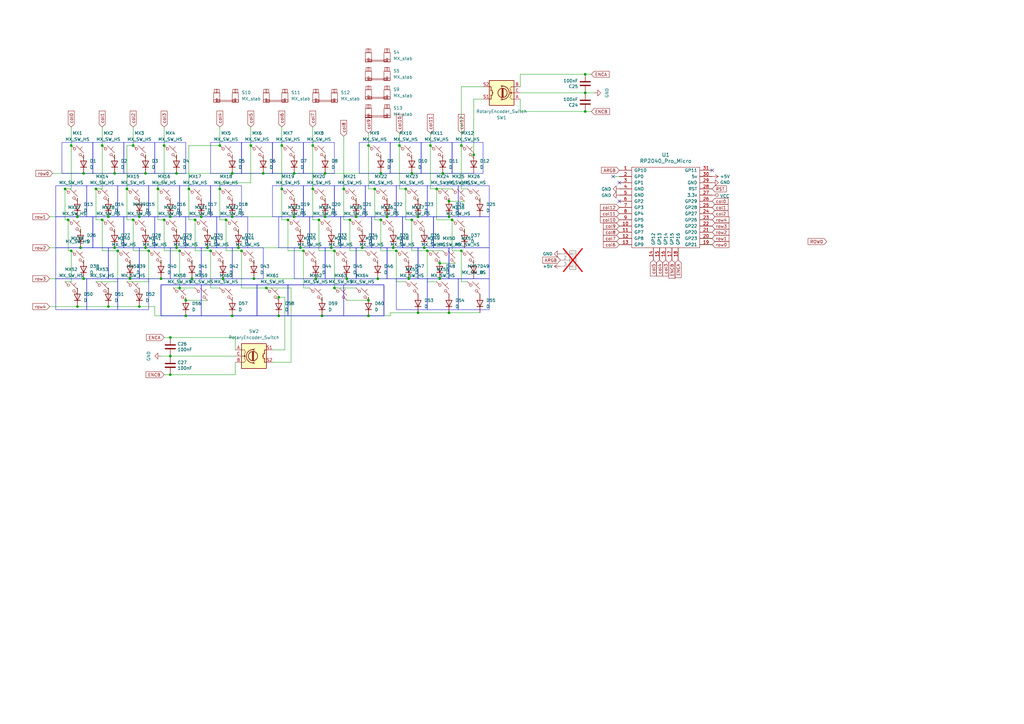
<source format=kicad_sch>
(kicad_sch (version 20231120) (generator "eeschema") (generator_version "8.0")
  (paper "A3")
  (title_block (title "Memoria") (date "2023-01-02") (rev "2.0") (company "Designed by Shinkai Mayano - Original by Evan Sailer (Trashman)") (comment 1 "> Debug pins are omitted since the USB bootloader is baked into the ROM of the chip.") (comment 2 "> RP2040 MCU w/ 16MBs (128Mbs) of flash storage.") (comment 3 "> Jetvan & Minisub layouts w/ integrated RGB indicators.") (comment 4 "A hotswap drop-in PCB for the V4N4G0N family of keyboards."))
  (junction (at 92.71 90.17))
  (junction (at 57.15 88.9))
  (junction (at 129.54 114.3))
  (junction (at 80.01 90.17))
  (junction (at 115.57 59.69))
  (junction (at 143.51 90.17))
  (junction (at 67.31 59.69))
  (junction (at 69.85 138.43))
  (junction (at 135.89 101.6))
  (junction (at 107.95 71.12))
  (junction (at 133.35 71.12))
  (junction (at 168.91 90.17))
  (junction (at 102.87 59.69))
  (junction (at 114.3 121.92))
  (junction (at 29.21 59.69))
  (junction (at 128.27 59.69))
  (junction (at 27.94 90.17))
  (junction (at 154.94 114.3))
  (junction (at 95.25 129.54))
  (junction (at 99.06 102.87))
  (junction (at 31.75 88.9))
  (junction (at 34.29 71.12))
  (junction (at 179.07 77.47))
  (junction (at 140.97 77.47))
  (junction (at 60.96 102.87))
  (junction (at 91.44 114.3))
  (junction (at 124.46 102.87))
  (junction (at 48.26 102.87))
  (junction (at 132.08 129.54))
  (junction (at 180.34 114.3))
  (junction (at 151.13 59.69))
  (junction (at 128.27 77.47))
  (junction (at 29.21 102.87))
  (junction (at 69.85 153.67))
  (junction (at 158.75 88.9))
  (junction (at 95.25 88.9))
  (junction (at 137.16 102.87))
  (junction (at 173.99 101.6))
  (junction (at 44.45 125.73))
  (junction (at 78.74 114.3))
  (junction (at 64.77 77.47))
  (junction (at 77.47 77.47))
  (junction (at 168.91 71.12))
  (junction (at 171.45 88.9))
  (junction (at 240.03 38.1))
  (junction (at 163.83 59.69))
  (junction (at 44.45 88.9))
  (junction (at 46.99 71.12))
  (junction (at 156.21 71.12))
  (junction (at 189.23 59.69))
  (junction (at 162.56 102.87))
  (junction (at 176.53 59.69))
  (junction (at 82.55 88.9))
  (junction (at 185.42 90.17))
  (junction (at 151.13 123.19))
  (junction (at 184.15 82.55))
  (junction (at 167.64 114.3))
  (junction (at 156.21 90.17))
  (junction (at 41.91 59.69))
  (junction (at 120.65 88.9))
  (junction (at 90.17 77.47))
  (junction (at 240.03 30.48))
  (junction (at 175.26 102.87))
  (junction (at 118.11 90.17))
  (junction (at 130.81 90.17))
  (junction (at 73.66 118.11))
  (junction (at 57.15 125.73))
  (junction (at 76.2 123.19))
  (junction (at 133.35 88.9))
  (junction (at 189.23 102.87))
  (junction (at 97.79 101.6))
  (junction (at 151.13 129.54))
  (junction (at 104.14 114.3))
  (junction (at 115.57 77.47))
  (junction (at 69.85 146.05))
  (junction (at 120.65 71.12))
  (junction (at 31.75 125.73))
  (junction (at 66.04 114.3))
  (junction (at 67.31 90.17))
  (junction (at 148.59 101.6))
  (junction (at 123.19 101.6))
  (junction (at 181.61 71.12))
  (junction (at 86.36 102.87))
  (junction (at 69.85 88.9))
  (junction (at 59.69 71.12))
  (junction (at 85.09 101.6))
  (junction (at 46.99 101.6))
  (junction (at 52.07 77.47))
  (junction (at 180.34 107.95))
  (junction (at 34.29 114.3))
  (junction (at 240.03 45.72))
  (junction (at 90.17 59.69))
  (junction (at 53.34 114.3))
  (junction (at 76.2 129.54))
  (junction (at 109.22 118.11))
  (junction (at 184.15 128.27))
  (junction (at 137.16 118.11))
  (junction (at 184.15 88.9))
  (junction (at 59.69 101.6))
  (junction (at 26.67 77.47))
  (junction (at 142.24 114.3))
  (junction (at 39.37 77.47))
  (junction (at 73.66 102.87))
  (junction (at 153.67 77.47))
  (junction (at 146.05 88.9))
  (junction (at 95.25 71.12))
  (junction (at 171.45 128.27))
  (junction (at 72.39 101.6))
  (junction (at 54.61 90.17))
  (junction (at 33.02 101.6))
  (junction (at 166.37 77.47))
  (junction (at 194.31 63.5))
  (junction (at 54.61 59.69))
  (junction (at 114.3 129.54))
  (junction (at 161.29 101.6))
  (junction (at 72.39 71.12))
  (junction (at 41.91 90.17))
  (no_connect (at 254 74.93))
  (no_connect (at 254 82.55))
  (no_connect (at 251.46 72.39))
  (no_connect (at 292.1 69.85))
  (wire (pts (xy 140.97 55.88) (xy 140.97 77.47)))
  (wire (pts (xy 176.53 77.47) (xy 179.07 77.47)))
  (wire (pts (xy 118.11 102.87) (xy 124.46 102.87)))
  (wire (pts (xy 57.15 118.11) (xy 57.15 120.65)))
  (wire (pts (xy 163.83 77.47) (xy 163.83 59.69)))
  (wire (pts (xy 86.36 102.87) (xy 80.01 102.87)))
  (wire (pts (xy 57.15 125.73) (xy 63.5 125.73)))
  (wire (pts (xy 158.75 81.28) (xy 158.75 82.55)))
  (wire (pts (xy 115.57 77.47) (xy 115.57 90.17)))
  (wire (pts (xy 104.14 106.68) (xy 104.14 107.95)))
  (wire (pts (xy 53.34 106.68) (xy 53.34 107.95)))
  (wire (pts (xy 191.77 77.47) (xy 189.23 77.47)))
  (wire (pts (xy 176.53 54.61) (xy 176.53 59.69)))
  (wire (pts (xy 124.46 102.87) (xy 124.46 118.11)))
  (wire (pts (xy 142.24 106.68) (xy 142.24 107.95)))
  (wire (pts (xy 33.02 93.98) (xy 33.02 95.25)))
  (wire (pts (xy 69.85 88.9) (xy 82.55 88.9)))
  (wire (pts (xy 173.99 101.6) (xy 190.5 101.6)))
  (wire (pts (xy 76.2 121.92) (xy 76.2 123.19)))
  (wire (pts (xy 171.45 88.9) (xy 184.15 88.9)))
  (wire (pts (xy 31.75 88.9) (xy 44.45 88.9)))
  (wire (pts (xy 67.31 138.43) (xy 69.85 138.43)))
  (wire (pts (xy 59.69 101.6) (xy 72.39 101.6)))
  (wire (pts (xy 185.42 102.87) (xy 189.23 102.87)))
  (wire (pts (xy 185.42 90.17) (xy 185.42 102.87)))
  (wire (pts (xy 72.39 93.98) (xy 72.39 95.25)))
  (wire (pts (xy 162.56 115.57) (xy 166.37 115.57)))
  (wire (pts (xy 97.79 101.6) (xy 123.19 101.6)))
  (wire (pts (xy 189.23 35.56) (xy 198.12 35.56)))
  (wire (pts (xy 179.07 115.57) (xy 175.26 115.57)))
  (wire (pts (xy 128.27 90.17) (xy 128.27 77.47)))
  (wire (pts (xy 161.29 101.6) (xy 173.99 101.6)))
  (wire (pts (xy 175.26 102.87) (xy 168.91 102.87)))
  (wire (pts (xy 20.32 114.3) (xy 34.29 114.3)))
  (wire (pts (xy 189.23 77.47) (xy 189.23 59.69)))
  (wire (pts (xy 67.31 102.87) (xy 73.66 102.87)))
  (wire (pts (xy 52.07 77.47) (xy 52.07 59.69)))
  (wire (pts (xy 63.5 129.54) (xy 76.2 129.54)))
  (wire (pts (xy 67.31 59.69) (xy 67.31 74.93)))
  (wire (pts (xy 120.65 63.5) (xy 120.65 64.77)))
  (wire (pts (xy 120.65 88.9) (xy 133.35 88.9)))
  (wire (pts (xy 156.21 71.12) (xy 168.91 71.12)))
  (wire (pts (xy 137.16 102.87) (xy 137.16 118.11)))
  (wire (pts (xy 72.39 71.12) (xy 95.25 71.12)))
  (wire (pts (xy 168.91 102.87) (xy 168.91 90.17)))
  (wire (pts (xy 130.81 90.17) (xy 128.27 90.17)))
  (wire (pts (xy 213.36 35.56) (xy 213.36 30.48)))
  (wire (pts (xy 46.99 71.12) (xy 59.69 71.12)))
  (wire (pts (xy 242.57 45.72) (xy 240.03 45.72)))
  (wire (pts (xy 52.07 115.57) (xy 60.96 115.57)))
  (wire (pts (xy 240.03 45.72) (xy 213.36 45.72)))
  (wire (pts (xy 116.84 143.51) (xy 116.84 121.92)))
  (wire (pts (xy 151.13 77.47) (xy 153.67 77.47)))
  (wire (pts (xy 33.02 101.6) (xy 46.99 101.6)))
  (wire (pts (xy 96.52 138.43) (xy 96.52 143.51)))
  (wire (pts (xy 158.75 88.9) (xy 171.45 88.9)))
  (wire (pts (xy 133.35 63.5) (xy 133.35 64.77)))
  (wire (pts (xy 72.39 101.6) (xy 85.09 101.6)))
  (wire (pts (xy 242.57 30.48) (xy 240.03 30.48)))
  (wire (pts (xy 156.21 102.87) (xy 162.56 102.87)))
  (wire (pts (xy 41.91 90.17) (xy 41.91 102.87)))
  (wire (pts (xy 96.52 148.59) (xy 96.52 153.67)))
  (wire (pts (xy 59.69 93.98) (xy 59.69 95.25)))
  (wire (pts (xy 73.66 118.11) (xy 71.12 118.11)))
  (wire (pts (xy 154.94 106.68) (xy 154.94 107.95)))
  (wire (pts (xy 85.09 123.19) (xy 76.2 123.19)))
  (wire (pts (xy 151.13 121.92) (xy 151.13 123.19)))
  (wire (pts (xy 85.09 93.98) (xy 85.09 95.25)))
  (wire (pts (xy 156.21 90.17) (xy 156.21 102.87)))
  (wire (pts (xy 102.87 74.93) (xy 90.17 74.93)))
  (wire (pts (xy 76.2 129.54) (xy 95.25 129.54)))
  (wire (pts (xy 29.21 115.57) (xy 26.67 115.57)))
  (wire (pts (xy 53.34 114.3) (xy 66.04 114.3)))
  (wire (pts (xy 143.51 102.87) (xy 149.86 102.87)))
  (wire (pts (xy 115.57 90.17) (xy 118.11 90.17)))
  (wire (pts (xy 171.45 128.27) (xy 184.15 128.27)))
  (wire (pts (xy 153.67 90.17) (xy 156.21 90.17)))
  (wire (pts (xy 60.96 102.87) (xy 54.61 102.87)))
  (wire (pts (xy 240.03 38.1) (xy 213.36 38.1)))
  (wire (pts (xy 114.3 121.92) (xy 114.3 123.19)))
  (wire (pts (xy 48.26 102.87) (xy 48.26 115.57)))
  (wire (pts (xy 95.25 121.92) (xy 95.25 123.19)))
  (wire (pts (xy 151.13 129.54) (xy 160.02 129.54)))
  (wire (pts (xy 80.01 118.11) (xy 73.66 118.11)))
  (wire (pts (xy 194.31 106.68) (xy 194.31 107.95)))
  (wire (pts (xy 180.34 106.68) (xy 180.34 107.95)))
  (wire (pts (xy 41.91 102.87) (xy 48.26 102.87)))
  (wire (pts (xy 54.61 102.87) (xy 54.61 90.17)))
  (wire (pts (xy 189.23 102.87) (xy 189.23 115.57)))
  (wire (pts (xy 119.38 118.11) (xy 109.22 118.11)))
  (wire (pts (xy 26.67 90.17) (xy 27.94 90.17)))
  (wire (pts (xy 31.75 118.11) (xy 31.75 120.65)))
  (wire (pts (xy 69.85 153.67) (xy 96.52 153.67)))
  (wire (pts (xy 111.76 143.51) (xy 116.84 143.51)))
  (wire (pts (xy 95.25 129.54) (xy 114.3 129.54)))
  (wire (pts (xy 120.65 71.12) (xy 133.35 71.12)))
  (wire (pts (xy 128.27 52.07) (xy 128.27 59.69)))
  (wire (pts (xy 31.75 81.28) (xy 31.75 82.55)))
  (wire (pts (xy 137.16 118.11) (xy 146.05 118.11)))
  (wire (pts (xy 115.57 59.69) (xy 115.57 77.47)))
  (wire (pts (xy 133.35 88.9) (xy 146.05 88.9)))
  (wire (pts (xy 60.96 115.57) (xy 60.96 102.87)))
  (wire (pts (xy 288.29 97.79) (xy 292.1 97.79)))
  (wire (pts (xy 41.91 59.69) (xy 41.91 77.47)))
  (wire (pts (xy 146.05 88.9) (xy 158.75 88.9)))
  (wire (pts (xy 148.59 93.98) (xy 148.59 95.25)))
  (wire (pts (xy 151.13 59.69) (xy 151.13 77.47)))
  (wire (pts (xy 243.84 38.1) (xy 240.03 38.1)))
  (wire (pts (xy 20.32 101.6) (xy 33.02 101.6)))
  (wire (pts (xy 118.11 90.17) (xy 118.11 102.87)))
  (wire (pts (xy 140.97 90.17) (xy 143.51 90.17)))
  (wire (pts (xy 194.31 63.5) (xy 194.31 64.77)))
  (wire (pts (xy 92.71 90.17) (xy 92.71 102.87)))
  (wire (pts (xy 102.87 59.69) (xy 102.87 74.93)))
  (wire (pts (xy 114.3 129.54) (xy 132.08 129.54)))
  (wire (pts (xy 52.07 90.17) (xy 52.07 77.47)))
  (wire (pts (xy 179.07 77.47) (xy 179.07 90.17)))
  (wire (pts (xy 160.02 128.27) (xy 171.45 128.27)))
  (wire (pts (xy 142.24 114.3) (xy 154.94 114.3)))
  (wire (pts (xy 119.38 148.59) (xy 119.38 118.11)))
  (wire (pts (xy 287.02 100.33) (xy 292.1 100.33)))
  (wire (pts (xy 77.47 90.17) (xy 77.47 77.47)))
  (wire (pts (xy 91.44 114.3) (xy 104.14 114.3)))
  (wire (pts (xy 184.15 88.9) (xy 196.85 88.9)))
  (wire (pts (xy 57.15 88.9) (xy 69.85 88.9)))
  (wire (pts (xy 86.36 118.11) (xy 86.36 102.87)))
  (wire (pts (xy 123.19 93.98) (xy 123.19 95.25)))
  (wire (pts (xy 175.26 115.57) (xy 175.26 102.87)))
  (wire (pts (xy 78.74 114.3) (xy 91.44 114.3)))
  (wire (pts (xy 34.29 114.3) (xy 53.34 114.3)))
  (wire (pts (xy 46.99 93.98) (xy 46.99 95.25)))
  (wire (pts (xy 44.45 125.73) (xy 57.15 125.73)))
  (wire (pts (xy 27.94 90.17) (xy 27.94 102.87)))
  (wire (pts (xy 151.13 54.61) (xy 151.13 59.69)))
  (wire (pts (xy 46.99 63.5) (xy 46.99 64.77)))
  (wire (pts (xy 143.51 90.17) (xy 143.51 102.87)))
  (wire (pts (xy 132.08 129.54) (xy 151.13 129.54)))
  (wire (pts (xy 26.67 77.47) (xy 26.67 90.17)))
  (wire (pts (xy 133.35 71.12) (xy 156.21 71.12)))
  (wire (pts (xy 154.94 114.3) (xy 167.64 114.3)))
  (wire (pts (xy 213.36 45.72) (xy 213.36 40.64)))
  (wire (pts (xy 162.56 102.87) (xy 162.56 115.57)))
  (wire (pts (xy 289.56 95.25) (xy 292.1 95.25)))
  (wire (pts (xy 116.84 121.92) (xy 114.3 121.92)))
  (wire (pts (xy 129.54 114.3) (xy 142.24 114.3)))
  (wire (pts (xy 97.79 93.98) (xy 97.79 95.25)))
  (wire (pts (xy 95.25 63.5) (xy 95.25 64.77)))
  (wire (pts (xy 54.61 52.07) (xy 54.61 59.69)))
  (wire (pts (xy 133.35 81.28) (xy 133.35 82.55)))
  (wire (pts (xy 78.74 106.68) (xy 78.74 107.95)))
  (wire (pts (xy 91.44 106.68) (xy 91.44 107.95)))
  (wire (pts (xy 167.64 106.68) (xy 167.64 107.95)))
  (wire (pts (xy 44.45 88.9) (xy 57.15 88.9)))
  (wire (pts (xy 95.25 81.28) (xy 95.25 82.55)))
  (wire (pts (xy 52.07 59.69) (xy 54.61 59.69)))
  (wire (pts (xy 142.24 123.19) (xy 151.13 123.19)))
  (wire (pts (xy 124.46 118.11) (xy 127 118.11)))
  (wire (pts (xy 90.17 118.11) (xy 86.36 118.11)))
  (wire (pts (xy 31.75 125.73) (xy 44.45 125.73)))
  (wire (pts (xy 189.23 115.57) (xy 191.77 115.57)))
  (wire (pts (xy 90.17 77.47) (xy 90.17 90.17)))
  (wire (pts (xy 160.02 129.54) (xy 160.02 128.27)))
  (wire (pts (xy 120.65 81.28) (xy 120.65 82.55)))
  (wire (pts (xy 168.91 90.17) (xy 166.37 90.17)))
  (wire (pts (xy 44.45 118.11) (xy 44.45 120.65)))
  (wire (pts (xy 140.97 77.47) (xy 140.97 90.17)))
  (wire (pts (xy 80.01 102.87) (xy 80.01 90.17)))
  (wire (pts (xy 46.99 101.6) (xy 59.69 101.6)))
  (wire (pts (xy 132.08 121.92) (xy 132.08 123.19)))
  (wire (pts (xy 82.55 81.28) (xy 82.55 82.55)))
  (wire (pts (xy 67.31 90.17) (xy 67.31 102.87)))
  (wire (pts (xy 27.94 102.87) (xy 29.21 102.87)))
  (wire (pts (xy 128.27 59.69) (xy 128.27 77.47)))
  (wire (pts (xy 135.89 101.6) (xy 148.59 101.6)))
  (wire (pts (xy 107.95 63.5) (xy 107.95 64.77)))
  (wire (pts (xy 64.77 77.47) (xy 64.77 90.17)))
  (wire (pts (xy 66.04 146.05) (xy 69.85 146.05)))
  (wire (pts (xy 196.85 81.28) (xy 196.85 82.55)))
  (wire (pts (xy 180.34 114.3) (xy 194.31 114.3)))
  (wire (pts (xy 189.23 35.56) (xy 189.23 59.69)))
  (wire (pts (xy 130.81 102.87) (xy 130.81 90.17)))
  (wire (pts (xy 59.69 71.12) (xy 72.39 71.12)))
  (wire (pts (xy 190.5 82.55) (xy 184.15 82.55)))
  (wire (pts (xy 20.32 125.73) (xy 31.75 125.73)))
  (wire (pts (xy 80.01 90.17) (xy 77.47 90.17)))
  (wire (pts (xy 137.16 102.87) (xy 130.81 102.87)))
  (wire (pts (xy 194.31 40.64) (xy 194.31 63.5)))
  (wire (pts (xy 171.45 81.28) (xy 171.45 82.55)))
  (wire (pts (xy 107.95 71.12) (xy 120.65 71.12)))
  (wire (pts (xy 166.37 90.17) (xy 166.37 77.47)))
  (wire (pts (xy 57.15 81.28) (xy 57.15 82.55)))
  (wire (pts (xy 95.25 71.12) (xy 107.95 71.12)))
  (wire (pts (xy 95.25 88.9) (xy 120.65 88.9)))
  (wire (pts (xy 181.61 71.12) (xy 194.31 71.12)))
  (wire (pts (xy 156.21 63.5) (xy 156.21 64.77)))
  (wire (pts (xy 190.5 93.98) (xy 190.5 95.25)))
  (wire (pts (xy 48.26 115.57) (xy 39.37 115.57)))
  (wire (pts (xy 181.61 63.5) (xy 181.61 64.77)))
  (wire (pts (xy 251.46 72.39) (xy 254 72.39)))
  (wire (pts (xy 67.31 52.07) (xy 67.31 59.69)))
  (wire (pts (xy 148.59 101.6) (xy 161.29 101.6)))
  (wire (pts (xy 39.37 90.17) (xy 41.91 90.17)))
  (wire (pts (xy 85.09 101.6) (xy 97.79 101.6)))
  (wire (pts (xy 66.04 106.68) (xy 66.04 107.95)))
  (wire (pts (xy 21.59 71.12) (xy 34.29 71.12)))
  (wire (pts (xy 166.37 77.47) (xy 163.83 77.47)))
  (wire (pts (xy 34.29 63.5) (xy 34.29 64.77)))
  (wire (pts (xy 69.85 81.28) (xy 69.85 82.55)))
  (wire (pts (xy 41.91 77.47) (xy 39.37 77.47)))
  (wire (pts (xy 168.91 71.12) (xy 181.61 71.12)))
  (wire (pts (xy 44.45 81.28) (xy 44.45 82.55)))
  (wire (pts (xy 111.76 148.59) (xy 119.38 148.59)))
  (wire (pts (xy 92.71 102.87) (xy 99.06 102.87)))
  (wire (pts (xy 90.17 90.17) (xy 92.71 90.17)))
  (wire (pts (xy 29.21 52.07) (xy 29.21 59.69)))
  (wire (pts (xy 29.21 102.87) (xy 29.21 115.57)))
  (wire (pts (xy 129.54 106.68) (xy 129.54 107.95)))
  (wire (pts (xy 102.87 52.07) (xy 102.87 59.69)))
  (wire (pts (xy 104.14 114.3) (xy 129.54 114.3)))
  (wire (pts (xy 77.47 59.69) (xy 90.17 59.69)))
  (wire (pts (xy 99.06 102.87) (xy 99.06 118.11)))
  (wire (pts (xy 240.03 30.48) (xy 213.36 30.48)))
  (wire (pts (xy 176.53 59.69) (xy 176.53 77.47)))
  (wire (pts (xy 161.29 93.98) (xy 161.29 95.25)))
  (wire (pts (xy 67.31 74.93) (xy 64.77 74.93)))
  (wire (pts (xy 54.61 90.17) (xy 52.07 90.17)))
  (wire (pts (xy 185.42 77.47) (xy 179.07 77.47)))
  (wire (pts (xy 167.64 114.3) (xy 180.34 114.3)))
  (wire (pts (xy 64.77 74.93) (xy 64.77 77.47)))
  (wire (pts (xy 135.89 93.98) (xy 135.89 95.25)))
  (wire (pts (xy 29.21 59.69) (xy 29.21 77.47)))
  (wire (pts (xy 194.31 40.64) (xy 198.12 40.64)))
  (wire (pts (xy 41.91 52.07) (xy 41.91 59.69)))
  (wire (pts (xy 34.29 71.12) (xy 46.99 71.12)))
  (wire (pts (xy 34.29 106.68) (xy 34.29 107.95)))
  (wire (pts (xy 90.17 74.93) (xy 90.17 77.47)))
  (wire (pts (xy 123.19 101.6) (xy 135.89 101.6)))
  (wire (pts (xy 63.5 125.73) (xy 63.5 129.54)))
  (wire (pts (xy 67.31 153.67) (xy 69.85 153.67)))
  (wire (pts (xy 64.77 90.17) (xy 67.31 90.17)))
  (wire (pts (xy 184.15 81.28) (xy 184.15 82.55)))
  (wire (pts (xy 179.07 90.17) (xy 185.42 90.17)))
  (wire (pts (xy 69.85 138.43) (xy 96.52 138.43)))
  (wire (pts (xy 99.06 118.11) (xy 109.22 118.11)))
  (wire (pts (xy 153.67 77.47) (xy 153.67 90.17)))
  (wire (pts (xy 39.37 77.47) (xy 39.37 90.17)))
  (wire (pts (xy 69.85 146.05) (xy 96.52 146.05)))
  (wire (pts (xy 29.21 77.47) (xy 26.67 77.47)))
  (wire (pts (xy 82.55 88.9) (xy 95.25 88.9)))
  (wire (pts (xy 173.99 93.98) (xy 173.99 95.25)))
  (wire (pts (xy 115.57 52.07) (xy 115.57 59.69)))
  (wire (pts (xy 163.83 54.61) (xy 163.83 59.69)))
  (wire (pts (xy 20.32 88.9) (xy 31.75 88.9)))
  (wire (pts (xy 72.39 63.5) (xy 72.39 64.77)))
  (wire (pts (xy 66.04 114.3) (xy 78.74 114.3)))
  (wire (pts (xy 59.69 63.5) (xy 59.69 64.77)))
  (wire (pts (xy 73.66 102.87) (xy 73.66 118.11)))
  (wire (pts (xy 184.15 128.27) (xy 196.85 128.27)))
  (wire (pts (xy 77.47 77.47) (xy 77.47 59.69)))
  (wire (pts (xy 168.91 63.5) (xy 168.91 64.77)))
  (wire (pts (xy 90.17 52.07) (xy 90.17 59.69)))
  (wire (pts (xy 146.05 81.28) (xy 146.05 82.55)))
  (wire (pts (xy 186.69 107.95) (xy 180.34 107.95)))
  (wire (pts (xy 181.61 102.87) (xy 175.26 102.87)))
  (rectangle (start 60.96 76.2) (end 73.66 88.9))
  (rectangle (start 127 88.9) (end 139.7 101.6))
  (rectangle (start 160.02 58.42) (end 172.72 71.12))
  (rectangle (start 25.4 58.42) (end 38.1 71.12))
  (rectangle (start 63.5 58.42) (end 76.2 71.12))
  (rectangle (start 48.26 76.2) (end 60.96 88.9))
  (rectangle (start 44.45 101.6) (end 57.15 114.3))
  (rectangle (start 140.97 116.84) (end 157.48 129.54))
  (rectangle (start 82.55 116.84) (end 105.41 129.54))
  (rectangle (start 124.46 58.42) (end 137.16 71.12))
  (rectangle (start 175.26 114.3) (end 187.96 127))
  (rectangle (start 162.56 114.3) (end 175.26 127))
  (rectangle (start 82.55 101.6) (end 95.25 114.3))
  (rectangle (start 171.45 101.6) (end 184.15 114.3))
  (rectangle (start 35.56 114.3) (end 48.26 127))
  (rectangle (start 35.56 76.2) (end 48.26 88.9))
  (rectangle (start 22.86 88.9) (end 38.1 101.6))
  (rectangle (start 111.76 76.2) (end 124.46 88.9))
  (rectangle (start 38.1 88.9) (end 50.8 101.6))
  (rectangle (start 158.75 101.6) (end 171.45 114.3))
  (rectangle (start 86.36 58.42) (end 99.06 71.12))
  (rectangle (start 124.46 76.2) (end 137.16 88.9))
  (rectangle (start 95.25 101.6) (end 107.95 114.3))
  (rectangle (start 165.1 88.9) (end 177.8 101.6))
  (rectangle (start 86.36 76.2) (end 99.06 88.9))
  (rectangle (start 111.76 58.42) (end 124.46 71.12))
  (rectangle (start 118.11 116.84) (end 140.97 129.54))
  (rectangle (start 38.1 58.42) (end 50.8 71.12))
  (rectangle (start 187.96 114.3) (end 200.66 127))
  (rectangle (start 133.35 101.6) (end 146.05 114.3))
  (rectangle (start 105.41 116.84) (end 118.11 129.54))
  (rectangle (start 120.65 101.6) (end 133.35 114.3))
  (rectangle (start 48.26 114.3) (end 60.96 127))
  (rectangle (start 66.04 116.84) (end 157.48 129.54))
  (rectangle (start 88.9 88.9) (end 101.6 101.6))
  (rectangle (start 50.8 88.9) (end 63.5 101.6))
  (rectangle (start 137.16 76.2) (end 149.86 88.9))
  (rectangle (start 99.06 58.42) (end 111.76 71.12))
  (rectangle (start 22.86 101.6) (end 44.45 114.3))
  (rectangle (start 152.4 88.9) (end 165.1 101.6))
  (rectangle (start 76.2 88.9) (end 88.9 101.6))
  (rectangle (start 175.26 76.2) (end 187.96 88.9))
  (rectangle (start 57.15 101.6) (end 69.85 114.3))
  (rectangle (start 162.56 76.2) (end 175.26 88.9))
  (rectangle (start 149.86 76.2) (end 162.56 88.9))
  (rectangle (start 146.05 101.6) (end 158.75 114.3))
  (rectangle (start 139.7 88.9) (end 152.4 101.6))
  (rectangle (start 69.85 101.6) (end 82.55 114.3))
  (rectangle (start 147.32 58.42) (end 160.02 71.12))
  (rectangle (start 73.66 76.2) (end 86.36 88.9))
  (rectangle (start 172.72 58.42) (end 185.42 71.12))
  (rectangle (start 22.86 114.3) (end 35.56 127))
  (rectangle (start 63.5 88.9) (end 76.2 101.6))
  (rectangle (start 66.04 116.84) (end 82.55 129.54))
  (rectangle (start 114.3 88.9) (end 127 101.6))
  (rectangle (start 177.8 88.9) (end 200.66 101.6))
  (rectangle (start 185.42 58.42) (end 198.12 71.12))
  (rectangle (start 22.86 76.2) (end 35.56 88.9))
  (rectangle (start 50.8 58.42) (end 63.5 71.12))
  (rectangle (start 187.96 76.2) (end 200.66 88.9))
  (rectangle (start 184.15 101.6) (end 200.66 114.3))
  (global_label "col11" (shape input) (at 176.53 54.61 90) (property "Intersheetrefs" "${INTERSHEET_REFS}" (effects (hide yes))))
  (global_label "row0" (shape input) (at 292.1 100.33 0) (property "Intersheetrefs" "${INTERSHEET_REFS}" (effects (hide yes))))
  (global_label "ENCA" (shape input) (at 278.13 106.68 270) (property "Intersheetrefs" "${INTERSHEET_REFS}" (effects (hide yes))))
  (global_label "col10" (shape input) (at 163.83 54.61 90) (property "Intersheetrefs" "${INTERSHEET_REFS}" (effects (hide yes))))
  (global_label "ENCB" (shape input) (at 242.57 45.72 0) (property "Intersheetrefs" "${INTERSHEET_REFS}" (effects (hide yes))))
  (global_label "col0" (shape input) (at 292.1 82.55 0) (property "Intersheetrefs" "${INTERSHEET_REFS}" (effects (hide yes))))
  (global_label "col5" (shape input) (at 102.87 52.07 90) (property "Intersheetrefs" "${INTERSHEET_REFS}" (effects (hide yes))))
  (global_label "col1" (shape input) (at 292.1 85.09 0) (property "Intersheetrefs" "${INTERSHEET_REFS}" (effects (hide yes))))
  (global_label "ROW0" (shape input) (at 339.09 99.06 180) (property "Intersheetrefs" "${INTERSHEET_REFS}" (effects (hide yes))))
  (global_label "col3" (shape input) (at 273.05 106.68 270) (property "Intersheetrefs" "${INTERSHEET_REFS}" (effects (hide yes))))
  (global_label "col12" (shape input) (at 189.23 54.61 90) (property "Intersheetrefs" "${INTERSHEET_REFS}" (effects (hide yes))))
  (global_label "col8" (shape input) (at 140.97 55.88 90) (property "Intersheetrefs" "${INTERSHEET_REFS}" (effects (hide yes))))
  (global_label "col2" (shape input) (at 54.61 52.07 90) (property "Intersheetrefs" "${INTERSHEET_REFS}" (effects (hide yes))))
  (global_label "row3" (shape input) (at 20.32 114.3 180) (property "Intersheetrefs" "${INTERSHEET_REFS}" (effects (hide yes))))
  (global_label "col10" (shape input) (at 254 90.17 180) (property "Intersheetrefs" "${INTERSHEET_REFS}" (effects (hide yes))))
  (global_label "row2" (shape input) (at 292.1 95.25 0) (property "Intersheetrefs" "${INTERSHEET_REFS}" (effects (hide yes))))
  (global_label "ENCA" (shape input) (at 242.57 30.48 0) (property "Intersheetrefs" "${INTERSHEET_REFS}" (effects (hide yes))))
  (global_label "ENCB" (shape input) (at 275.59 106.68 270) (property "Intersheetrefs" "${INTERSHEET_REFS}" (effects (hide yes))))
  (global_label "row1" (shape input) (at 20.32 88.9 180) (property "Intersheetrefs" "${INTERSHEET_REFS}" (effects (hide yes))))
  (global_label "col3" (shape input) (at 67.31 52.07 90) (property "Intersheetrefs" "${INTERSHEET_REFS}" (effects (hide yes))))
  (global_label "ARGB" (shape input) (at 254 69.85 180) (property "Intersheetrefs" "${INTERSHEET_REFS}" (effects (hide yes))))
  (global_label "col4" (shape input) (at 270.51 106.68 270) (property "Intersheetrefs" "${INTERSHEET_REFS}" (effects (hide yes))))
  (global_label "RST" (shape input) (at 292.1 77.47 0) (property "Intersheetrefs" "${INTERSHEET_REFS}" (effects (hide yes))))
  (global_label "row3" (shape input) (at 292.1 92.71 0) (property "Intersheetrefs" "${INTERSHEET_REFS}" (effects (hide yes))))
  (global_label "col6" (shape input) (at 254 100.33 180) (property "Intersheetrefs" "${INTERSHEET_REFS}" (effects (hide yes))))
  (global_label "col4" (shape input) (at 90.17 52.07 90) (property "Intersheetrefs" "${INTERSHEET_REFS}" (effects (hide yes))))
  (global_label "col5" (shape input) (at 267.97 106.68 270) (property "Intersheetrefs" "${INTERSHEET_REFS}" (effects (hide yes))))
  (global_label "col7" (shape input) (at 254 97.79 180) (property "Intersheetrefs" "${INTERSHEET_REFS}" (effects (hide yes))))
  (global_label "row0" (shape input) (at 21.59 71.12 180) (property "Intersheetrefs" "${INTERSHEET_REFS}" (effects (hide yes))))
  (global_label "col6" (shape input) (at 115.57 52.07 90) (property "Intersheetrefs" "${INTERSHEET_REFS}" (effects (hide yes))))
  (global_label "ENCA" (shape input) (at 67.31 138.43 180) (property "Intersheetrefs" "${INTERSHEET_REFS}" (effects (hide yes))))
  (global_label "row1" (shape input) (at 292.1 97.79 0) (property "Intersheetrefs" "${INTERSHEET_REFS}" (effects (hide yes))))
  (global_label "row4" (shape input) (at 292.1 90.17 0) (property "Intersheetrefs" "${INTERSHEET_REFS}" (effects (hide yes))))
  (global_label "col9" (shape input) (at 151.13 54.61 90) (property "Intersheetrefs" "${INTERSHEET_REFS}" (effects (hide yes))))
  (global_label "col12" (shape input) (at 254 85.09 180) (property "Intersheetrefs" "${INTERSHEET_REFS}" (effects (hide yes))))
  (global_label "col11" (shape input) (at 254 87.63 180) (property "Intersheetrefs" "${INTERSHEET_REFS}" (effects (hide yes))))
  (global_label "col9" (shape input) (at 254 92.71 180) (property "Intersheetrefs" "${INTERSHEET_REFS}" (effects (hide yes))))
  (global_label "row4" (shape input) (at 20.32 125.73 180) (property "Intersheetrefs" "${INTERSHEET_REFS}" (effects (hide yes))))
  (global_label "ARGB" (shape input) (at 229.87 106.68 180) (property "Intersheetrefs" "${INTERSHEET_REFS}" (effects (hide yes))))
  (global_label "col7" (shape input) (at 128.27 52.07 90) (property "Intersheetrefs" "${INTERSHEET_REFS}" (effects (hide yes))))
  (global_label "col0" (shape input) (at 29.21 52.07 90) (property "Intersheetrefs" "${INTERSHEET_REFS}" (effects (hide yes))))
  (global_label "row2" (shape input) (at 20.32 101.6 180) (property "Intersheetrefs" "${INTERSHEET_REFS}" (effects (hide yes))))
  (global_label "col2" (shape input) (at 292.1 87.63 0) (property "Intersheetrefs" "${INTERSHEET_REFS}" (effects (hide yes))))
  (global_label "ENCB" (shape input) (at 67.31 153.67 180) (property "Intersheetrefs" "${INTERSHEET_REFS}" (effects (hide yes))))
  (global_label "col8" (shape input) (at 254 95.25 180) (property "Intersheetrefs" "${INTERSHEET_REFS}" (effects (hide yes))))
  (global_label "col1" (shape input) (at 41.91 52.07 90) (property "Intersheetrefs" "${INTERSHEET_REFS}" (effects (hide yes))))
  (symbol (lib_id "power:GND") (at 229.87 104.14 270) (unit 1)
    (property "Reference" "#PWR05" (effects (hide yes)))
    (property "Value" "GND" (at 226.695 104.14 90) (effects (justify right)))
  )
  (symbol (lib_id "PCM_marbastlib-mx:MX_SW_HS_CPG151101S11") (at 118.11 80.01 0) (unit 1)
    (property "Reference" "MX19" (at 118.11 72.39 0))
    (property "Value" "MX_SW_HS" (at 118.11 74.93 0))
    (property "Footprint" "PCM_marbastlib-mx:SW_MX_HS_CPG151101S11_1u" (effects (hide yes)))
    (property "Description" "Push button switch, normally open, two pins, 45° tilted, Kailh CPG151101S11 for Cherry MX style switches" (effects (hide yes)))
  )
  (symbol (lib_id "Device:C") (at 69.85 142.24 0) (unit 1)
    (property "Reference" "C26" (at 72.771 141.0716 0) (effects (justify left)))
    (property "Value" "100nF" (at 72.771 143.383 0) (effects (justify left)))
    (property "Footprint" "Capacitor_SMD:C_0402_1005Metric" (effects (hide yes)))
    (property "LCSC" "C307331" (effects (hide yes)))
  )
  (symbol (lib_id "Device:D") (at 196.85 124.46 90) (unit 1)
    (property "Reference" "D55" (at 199.39 123.1899 90) (effects (justify right)))
    (property "Value" "D" (at 199.39 125.7299 90) (effects (justify right)))
    (property "Footprint" "Diode_SMD:D_SOD-123" (effects (hide yes)))
    (property "Description" "Diode" (effects (hide yes)))
    (property "Sim.Device" "D" (effects (hide yes)))
    (property "Sim.Pins" "1=K 2=A" (effects (hide yes)))
  )
  (symbol (lib_id "PCM_marbastlib-mx:MX_SW_HS_CPG151101S11") (at 92.71 80.01 0) (unit 1)
    (property "Reference" "MX18" (at 92.71 72.39 0))
    (property "Value" "MX_SW_HS" (at 92.71 74.93 0))
    (property "Footprint" "PCM_marbastlib-mx:SW_MX_HS_CPG151101S11_1u" (effects (hide yes)))
    (property "Description" "Push button switch, normally open, two pins, 45° tilted, Kailh CPG151101S11 for Cherry MX style switches" (effects (hide yes)))
  )
  (symbol (lib_id "Device:D") (at 95.25 125.73 90) (unit 1)
    (property "Reference" "D57" (at 97.79 124.4599 90) (effects (justify right)))
    (property "Value" "D" (at 97.79 126.9999 90) (effects (justify right)))
    (property "Footprint" "Diode_SMD:D_SOD-123" (effects (hide yes)))
    (property "Description" "Diode" (effects (hide yes)))
    (property "Sim.Device" "D" (effects (hide yes)))
    (property "Sim.Pins" "1=K 2=A" (effects (hide yes)))
  )
  (symbol (lib_id "PCM_marbastlib-mx:MX_SW_HS_CPG151101S11") (at 156.21 80.01 0) (unit 1)
    (property "Reference" "MX22" (at 156.21 72.39 0))
    (property "Value" "MX_SW_HS" (at 156.21 74.93 0))
    (property "Footprint" "PCM_marbastlib-mx:SW_MX_HS_CPG151101S11_1u" (effects (hide yes)))
    (property "Description" "Push button switch, normally open, two pins, 45° tilted, Kailh CPG151101S11 for Cherry MX style switches" (effects (hide yes)))
  )
  (symbol (lib_id "Device:D") (at 95.25 85.09 90) (unit 1)
    (property "Reference" "D18" (at 97.79 83.8199 90) (effects (justify right)))
    (property "Value" "D" (at 97.79 86.3599 90) (effects (justify right)))
    (property "Footprint" "Diode_SMD:D_SOD-123" (effects (hide yes)))
    (property "Description" "Diode" (effects (hide yes)))
    (property "Sim.Device" "D" (effects (hide yes)))
    (property "Sim.Pins" "1=K 2=A" (effects (hide yes)))
  )
  (symbol (lib_id "PCM_marbastlib-mx:MX_SW_HS_CPG151101S11") (at 166.37 62.23 0) (unit 1)
    (property "Reference" "MX10" (at 166.37 54.61 0))
    (property "Value" "MX_SW_HS" (at 166.37 57.15 0))
    (property "Footprint" "PCM_marbastlib-mx:SW_MX_HS_CPG151101S11_1u" (effects (hide yes)))
    (property "Description" "Push button switch, normally open, two pins, 45° tilted, Kailh CPG151101S11 for Cherry MX style switches" (effects (hide yes)))
  )
  (symbol (lib_id "Device:D") (at 31.75 121.92 90) (unit 1)
    (property "Reference" "D50" (at 34.29 120.6499 90) (effects (justify right)))
    (property "Value" "D" (at 34.29 123.1899 90) (effects (justify right)))
    (property "Footprint" "Diode_SMD:D_SOD-123" (effects (hide yes)))
    (property "Description" "Diode" (effects (hide yes)))
    (property "Sim.Device" "D" (effects (hide yes)))
    (property "Sim.Pins" "1=K 2=A" (effects (hide yes)))
  )
  (symbol (lib_id "PCM_marbastlib-mx:MX_SW_HS_CPG151101S11") (at 44.45 92.71 0) (unit 1)
    (property "Reference" "MX28" (at 44.45 85.09 0))
    (property "Value" "MX_SW_HS" (at 44.45 87.63 0))
    (property "Footprint" "PCM_marbastlib-mx:SW_MX_HS_CPG151101S11_1u" (effects (hide yes)))
    (property "Description" "Push button switch, normally open, two pins, 45° tilted, Kailh CPG151101S11 for Cherry MX style switches" (effects (hide yes)))
  )
  (symbol (lib_id "Device:D") (at 46.99 67.31 90) (unit 1)
    (property "Reference" "D2" (at 49.53 66.0399 90) (effects (justify right)))
    (property "Value" "D" (at 49.53 68.5799 90) (effects (justify right)))
    (property "Footprint" "Diode_SMD:D_SOD-123" (effects (hide yes)))
    (property "Description" "Diode" (effects (hide yes)))
    (property "Sim.Device" "D" (effects (hide yes)))
    (property "Sim.Pins" "1=K 2=A" (effects (hide yes)))
  )
  (symbol (lib_id "PCM_marbastlib-mx:MX_SW_HS_CPG151101S11") (at 76.2 105.41 0) (unit 1)
    (property "Reference" "MX42" (at 76.2 97.79 0))
    (property "Value" "MX_SW_HS" (at 76.2 100.33 0))
    (property "Footprint" "PCM_marbastlib-mx:SW_MX_HS_CPG151101S11_1u" (effects (hide yes)))
    (property "Description" "Push button switch, normally open, two pins, 45° tilted, Kailh CPG151101S11 for Cherry MX style switches" (effects (hide yes)))
  )
  (symbol (lib_id "Device:D") (at 168.91 67.31 90) (unit 1)
    (property "Reference" "D10" (at 171.45 66.0399 90) (effects (justify right)))
    (property "Value" "D" (at 171.45 68.5799 90) (effects (justify right)))
    (property "Footprint" "Diode_SMD:D_SOD-123" (effects (hide yes)))
    (property "Description" "Diode" (effects (hide yes)))
    (property "Sim.Device" "D" (effects (hide yes)))
    (property "Sim.Pins" "1=K 2=A" (effects (hide yes)))
  )
  (symbol (lib_id "Device:D") (at 132.08 125.73 90) (unit 1)
    (property "Reference" "D59" (at 134.62 124.4599 90) (effects (justify right)))
    (property "Value" "D" (at 134.62 126.9999 90) (effects (justify right)))
    (property "Footprint" "Diode_SMD:D_SOD-123" (effects (hide yes)))
    (property "Description" "Diode" (effects (hide yes)))
    (property "Sim.Device" "D" (effects (hide yes)))
    (property "Sim.Pins" "1=K 2=A" (effects (hide yes)))
  )
  (symbol (lib_id "Device:D") (at 31.75 85.09 90) (unit 1)
    (property "Reference" "D13" (at 34.29 83.8199 90) (effects (justify right)))
    (property "Value" "D" (at 34.29 86.3599 90) (effects (justify right)))
    (property "Footprint" "Diode_SMD:D_SOD-123" (effects (hide yes)))
    (property "Description" "Diode" (effects (hide yes)))
    (property "Sim.Device" "D" (effects (hide yes)))
    (property "Sim.Pins" "1=K 2=A" (effects (hide yes)))
  )
  (symbol (lib_id "yampad_v2-rescue:GND-power") (at 292.1 74.93 90) (unit 1)
    (property "Reference" "#PWR01" (effects (hide yes)))
    (property "Value" "GND" (at 295.3512 74.803 90) (effects (justify right)))
  )
  (symbol (lib_id "PCM_marbastlib-mx:MX_SW_HS_CPG151101S11") (at 67.31 80.01 0) (unit 1)
    (property "Reference" "MX16" (at 67.31 72.39 0))
    (property "Value" "MX_SW_HS" (at 67.31 74.93 0))
    (property "Footprint" "PCM_marbastlib-mx:SW_MX_HS_CPG151101S11_1u" (effects (hide yes)))
    (property "Description" "Push button switch, normally open, two pins, 45° tilted, Kailh CPG151101S11 for Cherry MX style switches" (effects (hide yes)))
  )
  (symbol (lib_id "Device:D") (at 135.89 97.79 90) (unit 1)
    (property "Reference" "D33" (at 138.43 96.5199 90) (effects (justify right)))
    (property "Value" "D" (at 138.43 99.0599 90) (effects (justify right)))
    (property "Footprint" "Diode_SMD:D_SOD-123" (effects (hide yes)))
    (property "Description" "Diode" (effects (hide yes)))
    (property "Sim.Device" "D" (effects (hide yes)))
    (property "Sim.Pins" "1=K 2=A" (effects (hide yes)))
  )
  (symbol (lib_id "Device:D") (at 142.24 110.49 90) (unit 1)
    (property "Reference" "D45" (at 144.78 109.2199 90) (effects (justify right)))
    (property "Value" "D" (at 144.78 111.7599 90) (effects (justify right)))
    (property "Footprint" "Diode_SMD:D_SOD-123" (effects (hide yes)))
    (property "Description" "Diode" (effects (hide yes)))
    (property "Sim.Device" "D" (effects (hide yes)))
    (property "Sim.Pins" "1=K 2=A" (effects (hide yes)))
  )
  (symbol (lib_id "Device:D") (at 154.94 110.49 90) (unit 1)
    (property "Reference" "D46" (at 157.48 109.2199 90) (effects (justify right)))
    (property "Value" "D" (at 157.48 111.7599 90) (effects (justify right)))
    (property "Footprint" "Diode_SMD:D_SOD-123" (effects (hide yes)))
    (property "Description" "Diode" (effects (hide yes)))
    (property "Sim.Device" "D" (effects (hide yes)))
    (property "Sim.Pins" "1=K 2=A" (effects (hide yes)))
  )
  (symbol (lib_id "PCM_marbastlib-mx:MX_SW_HS_CPG151101S11") (at 82.55 92.71 0) (unit 1)
    (property "Reference" "MX31" (at 82.55 85.09 0))
    (property "Value" "MX_SW_HS" (at 82.55 87.63 0))
    (property "Footprint" "PCM_marbastlib-mx:SW_MX_HS_CPG151101S11_1u" (effects (hide yes)))
    (property "Description" "Push button switch, normally open, two pins, 45° tilted, Kailh CPG151101S11 for Cherry MX style switches" (effects (hide yes)))
  )
  (symbol (lib_id "Device:D") (at 120.65 67.31 90) (unit 1)
    (property "Reference" "D7" (at 123.19 66.0399 90) (effects (justify right)))
    (property "Value" "D" (at 123.19 68.5799 90) (effects (justify right)))
    (property "Footprint" "Diode_SMD:D_SOD-123" (effects (hide yes)))
    (property "Description" "Diode" (effects (hide yes)))
    (property "Sim.Device" "D" (effects (hide yes)))
    (property "Sim.Pins" "1=K 2=A" (effects (hide yes)))
  )
  (symbol (lib_id "PCM_marbastlib-mx:MX_SW_HS_CPG151101S11") (at 187.96 80.01 0) (unit 1)
    (property "Reference" "MX25" (at 187.96 72.39 0))
    (property "Value" "MX_SW_HS" (at 187.96 74.93 0))
    (property "Footprint" "PCM_marbastlib-mx:SW_MX_HS_CPG151101S11_1u" (effects (hide yes)))
    (property "Description" "Push button switch, normally open, two pins, 45° tilted, Kailh CPG151101S11 for Cherry MX style switches" (effects (hide yes)))
  )
  (symbol (lib_id "PCM_marbastlib-mx:MX_SW_HS_CPG151101S11") (at 120.65 92.71 0) (unit 1)
    (property "Reference" "MX33" (at 120.65 85.09 0))
    (property "Value" "MX_SW_HS" (at 120.65 87.63 0))
    (property "Footprint" "PCM_marbastlib-mx:SW_MX_HS_CPG151101S11_1u" (effects (hide yes)))
    (property "Description" "Push button switch, normally open, two pins, 45° tilted, Kailh CPG151101S11 for Cherry MX style switches" (effects (hide yes)))
  )
  (symbol (lib_id "Device:C") (at 240.03 41.91 180) (unit 1)
    (property "Reference" "C24" (at 237.109 43.0784 0) (effects (justify left)))
    (property "Value" "100nF" (at 237.109 40.767 0) (effects (justify left)))
    (property "Footprint" "Capacitor_SMD:C_0402_1005Metric" (effects (hide yes)))
    (property "LCSC" "C307331" (effects (hide yes)))
  )
  (symbol (lib_id "PCM_marbastlib-mx:MX_SW_HS_CPG151101S11") (at 69.85 92.71 0) (unit 1)
    (property "Reference" "MX30" (at 69.85 85.09 0))
    (property "Value" "MX_SW_HS" (at 69.85 87.63 0))
    (property "Footprint" "PCM_marbastlib-mx:SW_MX_HS_CPG151101S11_1u" (effects (hide yes)))
    (property "Description" "Push button switch, normally open, two pins, 45° tilted, Kailh CPG151101S11 for Cherry MX style switches" (effects (hide yes)))
  )
  (symbol (lib_id "Device:D") (at 133.35 85.09 90) (unit 1)
    (property "Reference" "D20" (at 135.89 83.8199 90) (effects (justify right)))
    (property "Value" "D" (at 135.89 86.3599 90) (effects (justify right)))
    (property "Footprint" "Diode_SMD:D_SOD-123" (effects (hide yes)))
    (property "Description" "Diode" (effects (hide yes)))
    (property "Sim.Device" "D" (effects (hide yes)))
    (property "Sim.Pins" "1=K 2=A" (effects (hide yes)))
  )
  (symbol (lib_id "PCM_marbastlib-mx:MX_SW_HS_CPG151101S11") (at 57.15 92.71 0) (unit 1)
    (property "Reference" "MX29" (at 57.15 83.82 0))
    (property "Value" "MX_SW_HS" (at 57.15 87.63 0))
    (property "Footprint" "PCM_marbastlib-mx:SW_MX_HS_CPG151101S11_1u" (effects (hide yes)))
    (property "Description" "Push button switch, normally open, two pins, 45° tilted, Kailh CPG151101S11 for Cherry MX style switches" (effects (hide yes)))
  )
  (symbol (lib_id "PCM_marbastlib-mx:MX_SW_HS_CPG151101S11") (at 184.15 105.41 0) (unit 1)
    (property "Reference" "MX50" (at 184.15 97.79 0))
    (property "Value" "MX_SW_HS" (at 184.15 100.33 0))
    (property "Footprint" "PCM_marbastlib-mx:SW_MX_HS_CPG151101S11_1u" (effects (hide yes)))
    (property "Description" "Push button switch, normally open, two pins, 45° tilted, Kailh CPG151101S11 for Cherry MX style switches" (effects (hide yes)))
  )
  (symbol (lib_id "Device:D") (at 85.09 97.79 90) (unit 1)
    (property "Reference" "D30" (at 87.63 96.5199 90) (effects (justify right)))
    (property "Value" "D" (at 87.63 99.0599 90) (effects (justify right)))
    (property "Footprint" "Diode_SMD:D_SOD-123" (effects (hide yes)))
    (property "Description" "Diode" (effects (hide yes)))
    (property "Sim.Device" "D" (effects (hide yes)))
    (property "Sim.Pins" "1=K 2=A" (effects (hide yes)))
  )
  (symbol (lib_id "PCM_marbastlib-mx:MX_stab") (at 154.94 22.86 0) (unit 1)
    (property "Reference" "S4" (at 161.29 21.4629 0) (effects (justify left)))
    (property "Value" "MX_stab" (at 161.29 24.0029 0) (effects (justify left)))
    (property "Footprint" "PCM_marbastlib-mx:STAB_MX_3u" (effects (hide yes)))
    (property "Description" "Cherry MX-style stabilizer" (effects (hide yes)))
  )
  (symbol (lib_id "PCM_marbastlib-mx:MX_SW_HS_CPG151101S11") (at 69.85 62.23 0) (unit 1)
    (property "Reference" "MX4" (at 69.85 54.61 0))
    (property "Value" "MX_SW_HS" (at 69.85 57.15 0))
    (property "Footprint" "PCM_marbastlib-mx:SW_MX_HS_CPG151101S11_1u" (effects (hide yes)))
    (property "Description" "Push button switch, normally open, two pins, 45° tilted, Kailh CPG151101S11 for Cherry MX style switches" (effects (hide yes)))
  )
  (symbol (lib_id "Device:D") (at 120.65 85.09 90) (unit 1)
    (property "Reference" "D19" (at 123.19 83.8199 90) (effects (justify right)))
    (property "Value" "D" (at 123.19 86.3599 90) (effects (justify right)))
    (property "Footprint" "Diode_SMD:D_SOD-123" (effects (hide yes)))
    (property "Description" "Diode" (effects (hide yes)))
    (property "Sim.Device" "D" (effects (hide yes)))
    (property "Sim.Pins" "1=K 2=A" (effects (hide yes)))
  )
  (symbol (lib_id "Device:D") (at 173.99 97.79 90) (unit 1)
    (property "Reference" "D36" (at 176.53 96.5199 90) (effects (justify right)))
    (property "Value" "D" (at 176.53 99.0599 90) (effects (justify right)))
    (property "Footprint" "Diode_SMD:D_SOD-123" (effects (hide yes)))
    (property "Description" "Diode" (effects (hide yes)))
    (property "Sim.Device" "D" (effects (hide yes)))
    (property "Sim.Pins" "1=K 2=A" (effects (hide yes)))
  )
  (symbol (lib_id "Device:D") (at 151.13 125.73 90) (unit 1)
    (property "Reference" "D60" (at 153.67 124.4599 90) (effects (justify right)))
    (property "Value" "D" (at 153.67 126.9999 90) (effects (justify right)))
    (property "Footprint" "Diode_SMD:D_SOD-123" (effects (hide yes)))
    (property "Description" "Diode" (effects (hide yes)))
    (property "Sim.Device" "D" (effects (hide yes)))
    (property "Sim.Pins" "1=K 2=A" (effects (hide yes)))
  )
  (symbol (lib_id "PCM_marbastlib-mx:MX_SW_HS_CPG151101S11") (at 194.31 80.01 0) (unit 1)
    (property "Reference" "MX26" (at 194.31 72.39 0))
    (property "Value" "MX_SW_HS" (at 194.31 74.93 0))
    (property "Footprint" "ScottoKeebs_MX:MX_PCB_1.00u" (effects (hide yes)))
    (property "Description" "Push button switch, normally open, two pins, 45° tilted, Kailh CPG151101S11 for Cherry MX style switches" (effects (hide yes)))
  )
  (symbol (lib_id "Device:D") (at 82.55 85.09 90) (unit 1)
    (property "Reference" "D17" (at 85.09 83.8199 90) (effects (justify right)))
    (property "Value" "D" (at 85.09 86.3599 90) (effects (justify right)))
    (property "Footprint" "Diode_SMD:D_SOD-123" (effects (hide yes)))
    (property "Description" "Diode" (effects (hide yes)))
    (property "Sim.Device" "D" (effects (hide yes)))
    (property "Sim.Pins" "1=K 2=A" (effects (hide yes)))
  )
  (symbol (lib_id "Device:D") (at 44.45 121.92 90) (unit 1)
    (property "Reference" "D51" (at 46.99 120.6499 90) (effects (justify right)))
    (property "Value" "D" (at 46.99 123.1899 90) (effects (justify right)))
    (property "Footprint" "Diode_SMD:D_SOD-123" (effects (hide yes)))
    (property "Description" "Diode" (effects (hide yes)))
    (property "Sim.Device" "D" (effects (hide yes)))
    (property "Sim.Pins" "1=K 2=A" (effects (hide yes)))
  )
  (symbol (lib_id "Device:D") (at 184.15 85.09 90) (unit 1)
    (property "Reference" "D24" (at 186.69 83.8199 90) (effects (justify right)))
    (property "Value" "D" (at 186.69 86.3599 90) (effects (justify right)))
    (property "Footprint" "Diode_SMD:D_SOD-123" (effects (hide yes)))
    (property "Description" "Diode" (effects (hide yes)))
    (property "Sim.Device" "D" (effects (hide yes)))
    (property "Sim.Pins" "1=K 2=A" (effects (hide yes)))
  )
  (symbol (lib_id "Device:D") (at 97.79 97.79 90) (unit 1)
    (property "Reference" "D31" (at 100.33 96.5199 90) (effects (justify right)))
    (property "Value" "D" (at 100.33 99.0599 90) (effects (justify right)))
    (property "Footprint" "Diode_SMD:D_SOD-123" (effects (hide yes)))
    (property "Description" "Diode" (effects (hide yes)))
    (property "Sim.Device" "D" (effects (hide yes)))
    (property "Sim.Pins" "1=K 2=A" (effects (hide yes)))
  )
  (symbol (lib_id "PCM_marbastlib-mx:MX_SW_HS_CPG151101S11") (at 111.76 120.65 0) (unit 1)
    (property "Reference" "MX61" (at 111.76 113.03 0))
    (property "Value" "MX_SW_HS" (at 111.76 115.57 0))
    (property "Footprint" "PCM_marbastlib-mx:SW_MX_HS_CPG151101S11_1u" (effects (hide yes)))
    (property "Description" "Push button switch, normally open, two pins, 45° tilted, Kailh CPG151101S11 for Cherry MX style switches" (effects (hide yes)))
  )
  (symbol (lib_id "Device:D") (at 72.39 97.79 90) (unit 1)
    (property "Reference" "D29" (at 74.93 96.5199 90) (effects (justify right)))
    (property "Value" "D" (at 74.93 99.0599 90) (effects (justify right)))
    (property "Footprint" "Diode_SMD:D_SOD-123" (effects (hide yes)))
    (property "Description" "Diode" (effects (hide yes)))
    (property "Sim.Device" "D" (effects (hide yes)))
    (property "Sim.Pins" "1=K 2=A" (effects (hide yes)))
  )
  (symbol (lib_id "power:GND") (at 66.04 146.05 270) (unit 1)
    (property "Reference" "#PWR021" (effects (hide yes)))
    (property "Value" "GND" (at 60.96 146.05 0))
  )
  (symbol (lib_id "PCM_marbastlib-mx:MX_SW_HS_CPG151101S11") (at 95.25 92.71 0) (unit 1)
    (property "Reference" "MX32" (at 95.25 85.09 0))
    (property "Value" "MX_SW_HS" (at 95.25 87.63 0))
    (property "Footprint" "PCM_marbastlib-mx:SW_MX_HS_CPG151101S11_1u" (effects (hide yes)))
    (property "Description" "Push button switch, normally open, two pins, 45° tilted, Kailh CPG151101S11 for Cherry MX style switches" (effects (hide yes)))
  )
  (symbol (lib_id "Device:D") (at 104.14 110.49 90) (unit 1)
    (property "Reference" "D43" (at 106.68 109.2199 90) (effects (justify right)))
    (property "Value" "D" (at 106.68 111.7599 90) (effects (justify right)))
    (property "Footprint" "Diode_SMD:D_SOD-123" (effects (hide yes)))
    (property "Description" "Diode" (effects (hide yes)))
    (property "Sim.Device" "D" (effects (hide yes)))
    (property "Sim.Pins" "1=K 2=A" (effects (hide yes)))
  )
  (symbol (lib_id "PCM_marbastlib-mx:MX_SW_HS_CPG151101S11") (at 148.59 120.65 0) (unit 1)
    (property "Reference" "MX64" (at 148.59 113.03 0))
    (property "Value" "MX_SW_HS" (at 148.59 115.57 0))
    (property "Footprint" "PCM_marbastlib-mx:SW_MX_HS_CPG151101S11_1.25u" (effects (hide yes)))
    (property "Description" "Push button switch, normally open, two pins, 45° tilted, Kailh CPG151101S11 for Cherry MX style switches" (effects (hide yes)))
  )
  (symbol (lib_id "PCM_marbastlib-mx:MX_SW_HS_CPG151101S11") (at 30.48 92.71 0) (unit 1)
    (property "Reference" "MX27" (at 30.48 85.09 0))
    (property "Value" "MX_SW_HS" (at 30.48 87.63 0))
    (property "Footprint" "PCM_marbastlib-mx:SW_MX_HS_CPG151101S11_1.25u" (effects (hide yes)))
    (property "Description" "Push button switch, normally open, two pins, 45° tilted, Kailh CPG151101S11 for Cherry MX style switches" (effects (hide yes)))
  )
  (symbol (lib_id "PCM_marbastlib-mx:MX_SW_HS_CPG151101S11") (at 54.61 80.01 0) (unit 1)
    (property "Reference" "MX15" (at 54.61 72.39 0))
    (property "Value" "MX_SW_HS" (at 54.61 74.93 0))
    (property "Footprint" "PCM_marbastlib-mx:SW_MX_HS_CPG151101S11_1u" (effects (hide yes)))
    (property "Description" "Push button switch, normally open, two pins, 45° tilted, Kailh CPG151101S11 for Cherry MX style switches" (effects (hide yes)))
  )
  (symbol (lib_id "PCM_marbastlib-mx:MX_SW_HS_CPG151101S11") (at 31.75 105.41 0) (unit 1)
    (property "Reference" "MX39" (at 31.75 97.79 0))
    (property "Value" "MX_SW_HS" (at 31.75 99.06 0))
    (property "Footprint" "PCM_marbastlib-mx:SW_MX_HS_CPG151101S11_1.75u" (effects (hide yes)))
    (property "Description" "Push button switch, normally open, two pins, 45° tilted, Kailh CPG151101S11 for Cherry MX style switches" (effects (hide yes)))
  )
  (symbol (lib_id "Device:D") (at 181.61 67.31 90) (unit 1)
    (property "Reference" "D11" (at 184.15 66.0399 90) (effects (justify right)))
    (property "Value" "D" (at 184.15 68.5799 90) (effects (justify right)))
    (property "Footprint" "Diode_SMD:D_SOD-123" (effects (hide yes)))
    (property "Description" "Diode" (effects (hide yes)))
    (property "Sim.Device" "D" (effects (hide yes)))
    (property "Sim.Pins" "1=K 2=A" (effects (hide yes)))
  )
  (symbol (lib_id "Device:D") (at 180.34 110.49 90) (unit 1)
    (property "Reference" "D48" (at 182.88 109.2199 90) (effects (justify right)))
    (property "Value" "D" (at 182.88 111.7599 90) (effects (justify right)))
    (property "Footprint" "Diode_SMD:D_SOD-123" (effects (hide yes)))
    (property "Description" "Diode" (effects (hide yes)))
    (property "Sim.Device" "D" (effects (hide yes)))
    (property "Sim.Pins" "1=K 2=A" (effects (hide yes)))
  )
  (symbol (lib_id "Device:D") (at 146.05 85.09 90) (unit 1)
    (property "Reference" "D21" (at 148.59 83.8199 90) (effects (justify right)))
    (property "Value" "D" (at 148.59 86.3599 90) (effects (justify right)))
    (property "Footprint" "Diode_SMD:D_SOD-123" (effects (hide yes)))
    (property "Description" "Diode" (effects (hide yes)))
    (property "Sim.Device" "D" (effects (hide yes)))
    (property "Sim.Pins" "1=K 2=A" (effects (hide yes)))
  )
  (symbol (lib_id "PCM_marbastlib-mx:MX_SW_HS_CPG151101S11") (at 152.4 105.41 0) (unit 1)
    (property "Reference" "MX47" (at 152.4 97.79 0))
    (property "Value" "MX_SW_HS" (at 152.4 100.33 0))
    (property "Footprint" "PCM_marbastlib-mx:SW_MX_HS_CPG151101S11_1u" (effects (hide yes)))
    (property "Description" "Push button switch, normally open, two pins, 45° tilted, Kailh CPG151101S11 for Cherry MX style switches" (effects (hide yes)))
  )
  (symbol (lib_id "PCM_marbastlib-mx:MX_SW_HS_CPG151101S11") (at 63.5 105.41 0) (unit 1)
    (property "Reference" "MX41" (at 63.5 97.79 0))
    (property "Value" "MX_SW_HS" (at 63.5 100.33 0))
    (property "Footprint" "PCM_marbastlib-mx:SW_MX_HS_CPG151101S11_1u" (effects (hide yes)))
    (property "Description" "Push button switch, normally open, two pins, 45° tilted, Kailh CPG151101S11 for Cherry MX style switches" (effects (hide yes)))
  )
  (symbol (lib_id "PCM_marbastlib-mx:MX_SW_HS_CPG151101S11") (at 29.21 118.11 0) (unit 1)
    (property "Reference" "MX52" (at 29.21 110.49 0))
    (property "Value" "MX_SW_HS" (at 29.21 113.03 0))
    (property "Footprint" "PCM_marbastlib-mx:SW_MX_HS_CPG151101S11_1u" (effects (hide yes)))
    (property "Description" "Push button switch, normally open, two pins, 45° tilted, Kailh CPG151101S11 for Cherry MX style switches" (effects (hide yes)))
  )
  (symbol (lib_id "Device:D") (at 33.02 97.79 90) (unit 1)
    (property "Reference" "D26" (at 35.56 96.5199 90) (effects (justify right)))
    (property "Value" "D" (at 35.56 99.0599 90) (effects (justify right)))
    (property "Footprint" "Diode_SMD:D_SOD-123" (effects (hide yes)))
    (property "Description" "Diode" (effects (hide yes)))
    (property "Sim.Device" "D" (effects (hide yes)))
    (property "Sim.Pins" "1=K 2=A" (effects (hide yes)))
  )
  (symbol (lib_id "power:+5V") (at 292.1 72.39 270) (unit 1)
    (property "Reference" "#PWR08" (effects (hide yes)))
    (property "Value" "+5V" (at 295.275 72.39 90) (effects (justify left)))
  )
  (symbol (lib_id "PCM_marbastlib-mx:MX_stab") (at 154.94 45.72 0) (unit 1)
    (property "Reference" "S13" (at 161.29 44.3229 0) (effects (justify left)))
    (property "Value" "MX_stab" (at 161.29 46.8629 0) (effects (justify left)))
    (property "Footprint" "PCM_marbastlib-mx:STAB_MX_3u" (effects (hide yes)))
    (property "Description" "Cherry MX-style stabilizer" (effects (hide yes)))
  )
  (symbol (lib_id "Device:D") (at 133.35 67.31 90) (unit 1)
    (property "Reference" "D8" (at 135.89 66.0399 90) (effects (justify right)))
    (property "Value" "D" (at 135.89 68.5799 90) (effects (justify right)))
    (property "Footprint" "Diode_SMD:D_SOD-123" (effects (hide yes)))
    (property "Description" "Diode" (effects (hide yes)))
    (property "Sim.Device" "D" (effects (hide yes)))
    (property "Sim.Pins" "1=K 2=A" (effects (hide yes)))
  )
  (symbol (lib_id "PCM_marbastlib-mx:MX_SW_HS_CPG151101S11") (at 158.75 92.71 0) (unit 1)
    (property "Reference" "MX36" (at 158.75 85.09 0))
    (property "Value" "MX_SW_HS" (at 158.75 87.63 0))
    (property "Footprint" "PCM_marbastlib-mx:SW_MX_HS_CPG151101S11_1u" (effects (hide yes)))
    (property "Description" "Push button switch, normally open, two pins, 45° tilted, Kailh CPG151101S11 for Cherry MX style switches" (effects (hide yes)))
  )
  (symbol (lib_id "Device:D") (at 59.69 67.31 90) (unit 1)
    (property "Reference" "D3" (at 62.23 66.0399 90) (effects (justify right)))
    (property "Value" "D" (at 62.23 68.5799 90) (effects (justify right)))
    (property "Footprint" "Diode_SMD:D_SOD-123" (effects (hide yes)))
    (property "Description" "Diode" (effects (hide yes)))
    (property "Sim.Device" "D" (effects (hide yes)))
    (property "Sim.Pins" "1=K 2=A" (effects (hide yes)))
  )
  (symbol (lib_id "PCM_marbastlib-mx:MX_SW_HS_CPG151101S11") (at 177.8 105.41 0) (unit 1)
    (property "Reference" "MX49" (at 177.8 97.79 0))
    (property "Value" "MX_SW_HS" (at 177.8 100.33 0))
    (property "Footprint" "ScottoKeebs_MX:MX_PCB_1.00u" (effects (hide yes)))
    (property "Description" "Push button switch, normally open, two pins, 45° tilted, Kailh CPG151101S11 for Cherry MX style switches" (effects (hide yes)))
  )
  (symbol (lib_id "Device:D") (at 34.29 67.31 90) (unit 1)
    (property "Reference" "D1" (at 36.83 66.0399 90) (effects (justify right)))
    (property "Value" "D" (at 36.83 68.5799 90) (effects (justify right)))
    (property "Footprint" "Diode_SMD:D_SOD-123" (effects (hide yes)))
    (property "Description" "Diode" (effects (hide yes)))
    (property "Sim.Device" "D" (effects (hide yes)))
    (property "Sim.Pins" "1=K 2=A" (effects (hide yes)))
  )
  (symbol (lib_id "PCM_marbastlib-mx:MX_SW_HS_CPG151101S11") (at 54.61 118.11 0) (unit 1)
    (property "Reference" "MX54" (at 54.61 109.22 0))
    (property "Value" "MX_SW_HS" (at 54.61 113.03 0))
    (property "Footprint" "PCM_marbastlib-mx:SW_MX_HS_CPG151101S11_1u" (effects (hide yes)))
    (property "Description" "Push button switch, normally open, two pins, 45° tilted, Kailh CPG151101S11 for Cherry MX style switches" (effects (hide yes)))
  )
  (symbol (lib_id "PCM_marbastlib-mx:MX_SW_HS_CPG151101S11") (at 146.05 92.71 0) (unit 1)
    (property "Reference" "MX35" (at 146.05 85.09 0))
    (property "Value" "MX_SW_HS" (at 146.05 87.63 0))
    (property "Footprint" "PCM_marbastlib-mx:SW_MX_HS_CPG151101S11_1u" (effects (hide yes)))
    (property "Description" "Push button switch, normally open, two pins, 45° tilted, Kailh CPG151101S11 for Cherry MX style switches" (effects (hide yes)))
  )
  (symbol (lib_id "PCM_marbastlib-mx:MX_SW_HS_CPG151101S11") (at 165.1 105.41 0) (unit 1)
    (property "Reference" "MX48" (at 165.1 97.79 0))
    (property "Value" "MX_SW_HS" (at 165.1 100.33 0))
    (property "Footprint" "PCM_marbastlib-mx:SW_MX_HS_CPG151101S11_1u" (effects (hide yes)))
    (property "Description" "Push button switch, normally open, two pins, 45° tilted, Kailh CPG151101S11 for Cherry MX style switches" (effects (hide yes)))
  )
  (symbol (lib_id "PCM_marbastlib-mx:MX_stab") (at 92.71 39.37 0) (unit 1)
    (property "Reference" "S10" (at 99.06 37.9729 0) (effects (justify left)))
    (property "Value" "MX_stab" (at 99.06 40.5129 0) (effects (justify left)))
    (property "Footprint" "PCM_marbastlib-mx:STAB_MX_P_7u" (effects (hide yes)))
    (property "Description" "Cherry MX-style stabilizer" (effects (hide yes)))
  )
  (symbol (lib_id "Device:D") (at 66.04 110.49 90) (unit 1)
    (property "Reference" "D40" (at 68.58 109.2199 90) (effects (justify right)))
    (property "Value" "D" (at 68.58 111.7599 90) (effects (justify right)))
    (property "Footprint" "Diode_SMD:D_SOD-123" (effects (hide yes)))
    (property "Description" "Diode" (effects (hide yes)))
    (property "Sim.Device" "D" (effects (hide yes)))
    (property "Sim.Pins" "1=K 2=A" (effects (hide yes)))
  )
  (symbol (lib_id "PCM_marbastlib-mx:MX_SW_HS_CPG151101S11") (at 118.11 62.23 0) (unit 1)
    (property "Reference" "MX7" (at 118.11 54.61 0))
    (property "Value" "MX_SW_HS" (at 118.11 57.15 0))
    (property "Footprint" "PCM_marbastlib-mx:SW_MX_HS_CPG151101S11_1u" (effects (hide yes)))
    (property "Description" "Push button switch, normally open, two pins, 45° tilted, Kailh CPG151101S11 for Cherry MX style switches" (effects (hide yes)))
  )
  (symbol (lib_id "Device:D") (at 57.15 85.09 90) (unit 1)
    (property "Reference" "D15" (at 59.69 83.8199 90) (effects (justify right)))
    (property "Value" "D" (at 59.69 86.3599 90) (effects (justify right)))
    (property "Footprint" "Diode_SMD:D_SOD-123" (effects (hide yes)))
    (property "Description" "Diode" (effects (hide yes)))
    (property "Sim.Device" "D" (effects (hide yes)))
    (property "Sim.Pins" "1=K 2=A" (effects (hide yes)))
  )
  (symbol (lib_id "PCM_marbastlib-mx:MX_SW_HS_CPG151101S11") (at 181.61 118.11 0) (unit 1)
    (property "Reference" "MX56" (at 181.61 110.49 0))
    (property "Value" "MX_SW_HS" (at 181.61 113.03 0))
    (property "Footprint" "PCM_marbastlib-mx:SW_MX_HS_CPG151101S11_1u" (effects (hide yes)))
    (property "Description" "Push button switch, normally open, two pins, 45° tilted, Kailh CPG151101S11 for Cherry MX style switches" (effects (hide yes)))
  )
  (symbol (lib_id "Device:D") (at 57.15 121.92 90) (unit 1)
    (property "Reference" "D52" (at 59.69 120.6499 90) (effects (justify right)))
    (property "Value" "D" (at 59.69 123.1899 90) (effects (justify right)))
    (property "Footprint" "Diode_SMD:D_SOD-123" (effects (hide yes)))
    (property "Description" "Diode" (effects (hide yes)))
    (property "Sim.Device" "D" (effects (hide yes)))
    (property "Sim.Pins" "1=K 2=A" (effects (hide yes)))
  )
  (symbol (lib_id "Device:D") (at 107.95 67.31 90) (unit 1)
    (property "Reference" "D6" (at 110.49 66.0399 90) (effects (justify right)))
    (property "Value" "D" (at 110.49 68.5799 90) (effects (justify right)))
    (property "Footprint" "Diode_SMD:D_SOD-123" (effects (hide yes)))
    (property "Description" "Diode" (effects (hide yes)))
    (property "Sim.Device" "D" (effects (hide yes)))
    (property "Sim.Pins" "1=K 2=A" (effects (hide yes)))
  )
  (symbol (lib_id "PCM_marbastlib-mx:MX_SW_HS_CPG151101S11") (at 57.15 62.23 0) (unit 1)
    (property "Reference" "MX3" (at 57.15 54.61 0))
    (property "Value" "MX_SW_HS" (at 57.15 57.15 0))
    (property "Footprint" "PCM_marbastlib-mx:SW_MX_HS_CPG151101S11_1u" (effects (hide yes)))
    (property "Description" "Push button switch, normally open, two pins, 45° tilted, Kailh CPG151101S11 for Cherry MX style switches" (effects (hide yes)))
  )
  (symbol (lib_id "Device:D") (at 76.2 125.73 90) (unit 1)
    (property "Reference" "D56" (at 78.74 124.4599 90) (effects (justify right)))
    (property "Value" "D" (at 78.74 126.9999 90) (effects (justify right)))
    (property "Footprint" "Diode_SMD:D_SOD-123" (effects (hide yes)))
    (property "Description" "Diode" (effects (hide yes)))
    (property "Sim.Device" "D" (effects (hide yes)))
    (property "Sim.Pins" "1=K 2=A" (effects (hide yes)))
  )
  (symbol (lib_id "PCM_marbastlib-mx:MX_SW_HS_CPG151101S11") (at 80.01 80.01 0) (unit 1)
    (property "Reference" "MX17" (at 80.01 72.39 0))
    (property "Value" "MX_SW_HS" (at 80.01 74.93 0))
    (property "Footprint" "PCM_marbastlib-mx:SW_MX_HS_CPG151101S11_1u" (effects (hide yes)))
    (property "Description" "Push button switch, normally open, two pins, 45° tilted, Kailh CPG151101S11 for Cherry MX style switches" (effects (hide yes)))
  )
  (symbol (lib_id "Device:D") (at 72.39 67.31 90) (unit 1)
    (property "Reference" "D4" (at 74.93 66.0399 90) (effects (justify right)))
    (property "Value" "D" (at 74.93 68.5799 90) (effects (justify right)))
    (property "Footprint" "Diode_SMD:D_SOD-123" (effects (hide yes)))
    (property "Description" "Diode" (effects (hide yes)))
    (property "Sim.Device" "D" (effects (hide yes)))
    (property "Sim.Pins" "1=K 2=A" (effects (hide yes)))
  )
  (symbol (lib_id "Device:C") (at 69.85 149.86 0) (unit 1)
    (property "Reference" "C27" (at 72.771 148.6916 0) (effects (justify left)))
    (property "Value" "100nF" (at 72.771 151.003 0) (effects (justify left)))
    (property "Footprint" "Capacitor_SMD:C_0402_1005Metric" (effects (hide yes)))
    (property "LCSC" "C307331" (effects (hide yes)))
  )
  (symbol (lib_id "PCM_marbastlib-mx:MX_SW_HS_CPG151101S11") (at 194.31 118.11 0) (unit 1)
    (property "Reference" "MX57" (at 194.31 109.22 0))
    (property "Value" "MX_SW_HS" (at 194.31 111.76 0))
    (property "Footprint" "PCM_marbastlib-mx:SW_MX_HS_CPG151101S11_1u" (effects (hide yes)))
    (property "Description" "Push button switch, normally open, two pins, 45° tilted, Kailh CPG151101S11 for Cherry MX style switches" (effects (hide yes)))
  )
  (symbol (lib_id "PCM_marbastlib-mx:MX_SW_HS_CPG151101S11") (at 130.81 80.01 0) (unit 1)
    (property "Reference" "MX20" (at 130.81 72.39 0))
    (property "Value" "MX_SW_HS" (at 130.81 74.93 0))
    (property "Footprint" "PCM_marbastlib-mx:SW_MX_HS_CPG151101S11_1u" (effects (hide yes)))
    (property "Description" "Push button switch, normally open, two pins, 45° tilted, Kailh CPG151101S11 for Cherry MX style switches" (effects (hide yes)))
  )
  (symbol (lib_id "Device:D") (at 59.69 97.79 90) (unit 1)
    (property "Reference" "D28" (at 62.23 96.5199 90) (effects (justify right)))
    (property "Value" "D" (at 62.23 99.0599 90) (effects (justify right)))
    (property "Footprint" "Diode_SMD:D_SOD-123" (effects (hide yes)))
    (property "Description" "Diode" (effects (hide yes)))
    (property "Sim.Device" "D" (effects (hide yes)))
    (property "Sim.Pins" "1=K 2=A" (effects (hide yes)))
  )
  (symbol (lib_id "Device:D") (at 46.99 97.79 90) (unit 1)
    (property "Reference" "D27" (at 49.53 96.5199 90) (effects (justify right)))
    (property "Value" "D" (at 49.53 99.0599 90) (effects (justify right)))
    (property "Footprint" "Diode_SMD:D_SOD-123" (effects (hide yes)))
    (property "Description" "Diode" (effects (hide yes)))
    (property "Sim.Device" "D" (effects (hide yes)))
    (property "Sim.Pins" "1=K 2=A" (effects (hide yes)))
  )
  (symbol (lib_id "Device:C") (at 240.03 34.29 180) (unit 1)
    (property "Reference" "C25" (at 237.109 35.4584 0) (effects (justify left)))
    (property "Value" "100nF" (at 237.109 33.147 0) (effects (justify left)))
    (property "Footprint" "Capacitor_SMD:C_0402_1005Metric" (effects (hide yes)))
    (property "LCSC" "C307331" (effects (hide yes)))
  )
  (symbol (lib_id "yampad_v2-rescue:GND-power") (at 254 80.01 270) (unit 1)
    (property "Reference" "#PWR03" (effects (hide yes)))
    (property "Value" "GND" (at 250.7488 80.137 90) (effects (justify right)))
  )
  (symbol (lib_id "PCM_marbastlib-mx:MX_SW_HS_CPG151101S11") (at 187.96 92.71 0) (unit 1)
    (property "Reference" "MX38" (at 187.96 85.09 0))
    (property "Value" "MX_SW_HS" (at 187.96 87.63 0))
    (property "Footprint" "PCM_marbastlib-mx:SW_MX_HS_CPG151101S11_1.75u" (effects (hide yes)))
    (property "Description" "Push button switch, normally open, two pins, 45° tilted, Kailh CPG151101S11 for Cherry MX style switches" (effects (hide yes)))
  )
  (symbol (lib_id "Device:D") (at 53.34 110.49 90) (unit 1)
    (property "Reference" "D39" (at 55.88 109.2199 90) (effects (justify right)))
    (property "Value" "D" (at 55.88 111.7599 90) (effects (justify right)))
    (property "Footprint" "Diode_SMD:D_SOD-123" (effects (hide yes)))
    (property "Description" "Diode" (effects (hide yes)))
    (property "Sim.Device" "D" (effects (hide yes)))
    (property "Sim.Pins" "1=K 2=A" (effects (hide yes)))
  )
  (symbol (lib_id "PCM_marbastlib-mx:MX_stab") (at 113.03 39.37 0) (unit 1)
    (property "Reference" "S11" (at 119.38 37.9729 0) (effects (justify left)))
    (property "Value" "MX_stab" (at 119.38 40.5129 0) (effects (justify left)))
    (property "Footprint" "PCM_marbastlib-mx:STAB_MX_2.25u" (effects (hide yes)))
    (property "Description" "Cherry MX-style stabilizer" (effects (hide yes)))
  )
  (symbol (lib_id "PCM_marbastlib-mx:MX_SW_HS_CPG151101S11") (at 105.41 62.23 0) (unit 1)
    (property "Reference" "MX6" (at 105.41 54.61 0))
    (property "Value" "MX_SW_HS" (at 105.41 57.15 0))
    (property "Footprint" "PCM_marbastlib-mx:SW_MX_HS_CPG151101S11_1u" (effects (hide yes)))
    (property "Description" "Push button switch, normally open, two pins, 45° tilted, Kailh CPG151101S11 for Cherry MX style switches" (effects (hide yes)))
  )
  (symbol (lib_id "PCM_marbastlib-mx:MX_SW_HS_CPG151101S11") (at 92.71 62.23 0) (unit 1)
    (property "Reference" "MX5" (at 92.71 54.61 0))
    (property "Value" "MX_SW_HS" (at 92.71 57.15 0))
    (property "Footprint" "PCM_marbastlib-mx:SW_MX_HS_CPG151101S11_1u" (effects (hide yes)))
    (property "Description" "Push button switch, normally open, two pins, 45° tilted, Kailh CPG151101S11 for Cherry MX style switches" (effects (hide yes)))
  )
  (symbol (lib_id "Device:RotaryEncoder_Switch") (at 104.14 146.05 0) (unit 1)
    (property "Reference" "SW2" (at 104.14 135.89 0))
    (property "Value" "RotaryEncoder_Switch" (at 104.14 138.43 0))
    (property "Footprint" "PCM_marbastlib-various:ROT_Alps_EC11E-Switch" (effects (hide yes)))
    (property "Description" "Rotary encoder, dual channel, incremental quadrate outputs, with switch" (effects (hide yes)))
  )
  (symbol (lib_id "Device:D") (at 171.45 85.09 90) (unit 1)
    (property "Reference" "D23" (at 173.99 83.8199 90) (effects (justify right)))
    (property "Value" "D" (at 173.99 86.3599 90) (effects (justify right)))
    (property "Footprint" "Diode_SMD:D_SOD-123" (effects (hide yes)))
    (property "Description" "Diode" (effects (hide yes)))
    (property "Sim.Device" "D" (effects (hide yes)))
    (property "Sim.Pins" "1=K 2=A" (effects (hide yes)))
  )
  (symbol (lib_id "Device:D") (at 161.29 97.79 90) (unit 1)
    (property "Reference" "D35" (at 163.83 96.5199 90) (effects (justify right)))
    (property "Value" "D" (at 163.83 99.0599 90) (effects (justify right)))
    (property "Footprint" "Diode_SMD:D_SOD-123" (effects (hide yes)))
    (property "Description" "Diode" (effects (hide yes)))
    (property "Sim.Device" "D" (effects (hide yes)))
    (property "Sim.Pins" "1=K 2=A" (effects (hide yes)))
  )
  (symbol (lib_id "PCM_marbastlib-mx:MX_stab") (at 133.35 39.37 0) (unit 1)
    (property "Reference" "S12" (at 139.7 37.9729 0) (effects (justify left)))
    (property "Value" "MX_stab" (at 139.7 40.5129 0) (effects (justify left)))
    (property "Footprint" "PCM_marbastlib-mx:STAB_MX_2u" (effects (hide yes)))
    (property "Description" "Cherry MX-style stabilizer" (effects (hide yes)))
  )
  (symbol (lib_id "PCM_marbastlib-mx:MX_SW_HS_CPG151101S11") (at 41.91 80.01 0) (unit 1)
    (property "Reference" "MX14" (at 41.91 72.39 0))
    (property "Value" "MX_SW_HS" (at 41.91 74.93 0))
    (property "Footprint" "PCM_marbastlib-mx:SW_MX_HS_CPG151101S11_1u" (effects (hide yes)))
    (property "Description" "Push button switch, normally open, two pins, 45° tilted, Kailh CPG151101S11 for Cherry MX style switches" (effects (hide yes)))
  )
  (symbol (lib_id "Device:D") (at 196.85 85.09 90) (unit 1)
    (property "Reference" "D25" (at 199.39 83.8199 90) (effects (justify right)))
    (property "Value" "D" (at 199.39 86.3599 90) (effects (justify right)))
    (property "Footprint" "Diode_SMD:D_SOD-123" (effects (hide yes)))
    (property "Description" "Diode" (effects (hide yes)))
    (property "Sim.Device" "D" (effects (hide yes)))
    (property "Sim.Pins" "1=K 2=A" (effects (hide yes)))
  )
  (symbol (lib_id "power:+5V") (at 229.87 109.22 90) (unit 1)
    (property "Reference" "#PWR07" (effects (hide yes)))
    (property "Value" "+5V" (at 226.695 109.22 90) (effects (justify left)))
  )
  (symbol (lib_id "PCM_marbastlib-mx:MX_stab") (at 154.94 38.1 0) (unit 1)
    (property "Reference" "S9" (at 161.29 36.7029 0) (effects (justify left)))
    (property "Value" "MX_stab" (at 161.29 39.2429 0) (effects (justify left)))
    (property "Footprint" "PCM_marbastlib-mx:STAB_MX_3u" (effects (hide yes)))
    (property "Description" "Cherry MX-style stabilizer" (effects (hide yes)))
  )
  (symbol (lib_id "PCM_marbastlib-mx:MX_SW_HS_CPG151101S11") (at 88.9 105.41 0) (unit 1)
    (property "Reference" "MX43" (at 88.9 97.79 0))
    (property "Value" "MX_SW_HS" (at 88.9 100.33 0))
    (property "Footprint" "PCM_marbastlib-mx:SW_MX_HS_CPG151101S11_1u" (effects (hide yes)))
    (property "Description" "Push button switch, normally open, two pins, 45° tilted, Kailh CPG151101S11 for Cherry MX style switches" (effects (hide yes)))
  )
  (symbol (lib_id "Device:D") (at 78.74 110.49 90) (unit 1)
    (property "Reference" "D41" (at 81.28 109.2199 90) (effects (justify right)))
    (property "Value" "D" (at 81.28 111.7599 90) (effects (justify right)))
    (property "Footprint" "Diode_SMD:D_SOD-123" (effects (hide yes)))
    (property "Description" "Diode" (effects (hide yes)))
    (property "Sim.Device" "D" (effects (hide yes)))
    (property "Sim.Pins" "1=K 2=A" (effects (hide yes)))
  )
  (symbol (lib_id "Device:D") (at 194.31 110.49 90) (unit 1)
    (property "Reference" "D49" (at 196.85 109.2199 90) (effects (justify right)))
    (property "Value" "D" (at 196.85 111.7599 90) (effects (justify right)))
    (property "Footprint" "Diode_SMD:D_SOD-123" (effects (hide yes)))
    (property "Description" "Diode" (effects (hide yes)))
    (property "Sim.Device" "D" (effects (hide yes)))
    (property "Sim.Pins" "1=K 2=A" (effects (hide yes)))
  )
  (symbol (lib_id "Device:D") (at 156.21 67.31 90) (unit 1)
    (property "Reference" "D9" (at 158.75 66.0399 90) (effects (justify right)))
    (property "Value" "D" (at 158.75 68.5799 90) (effects (justify right)))
    (property "Footprint" "Diode_SMD:D_SOD-123" (effects (hide yes)))
    (property "Description" "Diode" (effects (hide yes)))
    (property "Sim.Device" "D" (effects (hide yes)))
    (property "Sim.Pins" "1=K 2=A" (effects (hide yes)))
  )
  (symbol (lib_id "Device:D") (at 69.85 85.09 90) (unit 1)
    (property "Reference" "D16" (at 72.39 83.8199 90) (effects (justify right)))
    (property "Value" "D" (at 72.39 86.3599 90) (effects (justify right)))
    (property "Footprint" "Diode_SMD:D_SOD-123" (effects (hide yes)))
    (property "Description" "Diode" (effects (hide yes)))
    (property "Sim.Device" "D" (effects (hide yes)))
    (property "Sim.Pins" "1=K 2=A" (effects (hide yes)))
  )
  (symbol (lib_id "PCM_marbastlib-mx:MX_SW_HS_CPG151101S11") (at 143.51 80.01 0) (unit 1)
    (property "Reference" "MX21" (at 143.51 72.39 0))
    (property "Value" "MX_SW_HS" (at 143.51 74.93 0))
    (property "Footprint" "PCM_marbastlib-mx:SW_MX_HS_CPG151101S11_1u" (effects (hide yes)))
    (property "Description" "Push button switch, normally open, two pins, 45° tilted, Kailh CPG151101S11 for Cherry MX style switches" (effects (hide yes)))
  )
  (symbol (lib_id "Device:D") (at 91.44 110.49 90) (unit 1)
    (property "Reference" "D42" (at 93.98 109.2199 90) (effects (justify right)))
    (property "Value" "D" (at 93.98 111.7599 90) (effects (justify right)))
    (property "Footprint" "Diode_SMD:D_SOD-123" (effects (hide yes)))
    (property "Description" "Diode" (effects (hide yes)))
    (property "Sim.Device" "D" (effects (hide yes)))
    (property "Sim.Pins" "1=K 2=A" (effects (hide yes)))
  )
  (symbol (lib_id "Device:D") (at 34.29 110.49 90) (unit 1)
    (property "Reference" "D38" (at 36.83 109.2199 90) (effects (justify right)))
    (property "Value" "D" (at 36.83 111.7599 90) (effects (justify right)))
    (property "Footprint" "Diode_SMD:D_SOD-123" (effects (hide yes)))
    (property "Description" "Diode" (effects (hide yes)))
    (property "Sim.Device" "D" (effects (hide yes)))
    (property "Sim.Pins" "1=K 2=A" (effects (hide yes)))
  )
  (symbol (lib_id "PCM_marbastlib-mx:MX_SW_HS_CPG151101S11") (at 179.07 62.23 0) (unit 1)
    (property "Reference" "MX11" (at 179.07 54.61 0))
    (property "Value" "MX_SW_HS" (at 179.07 57.15 0))
    (property "Footprint" "PCM_marbastlib-mx:SW_MX_HS_CPG151101S11_1u" (effects (hide yes)))
    (property "Description" "Push button switch, normally open, two pins, 45° tilted, Kailh CPG151101S11 for Cherry MX style switches" (effects (hide yes)))
  )
  (symbol (lib_id "PCM_marbastlib-mx:MX_SW_HS_CPG151101S11") (at 73.66 120.65 0) (unit 1)
    (property "Reference" "MX58" (at 73.66 113.03 0))
    (property "Value" "MX_SW_HS" (at 73.66 115.57 0))
    (property "Footprint" "PCM_marbastlib-mx:SW_MX_HS_CPG151101S11_1.25u" (effects (hide yes)))
    (property "Description" "Push button switch, normally open, two pins, 45° tilted, Kailh CPG151101S11 for Cherry MX style switches" (effects (hide yes)))
  )
  (symbol (lib_id "PCM_marbastlib-mx:MX_SW_HS_CPG151101S11") (at 127 105.41 0) (unit 1)
    (property "Reference" "MX45" (at 127 97.79 0))
    (property "Value" "MX_SW_HS" (at 127 100.33 0))
    (property "Footprint" "PCM_marbastlib-mx:SW_MX_HS_CPG151101S11_1u" (effects (hide yes)))
    (property "Description" "Push button switch, normally open, two pins, 45° tilted, Kailh CPG151101S11 for Cherry MX style switches" (effects (hide yes)))
  )
  (symbol (lib_id "yampad_v2-rescue:VCC-power") (at 292.1 80.01 270) (unit 1)
    (property "Reference" "#PWR04" (effects (hide yes)))
    (property "Value" "VCC" (at 295.3512 80.4418 90) (effects (justify left)))
  )
  (symbol (lib_id "PCM_marbastlib-mx:MX_stab") (at 154.94 30.48 0) (unit 1)
    (property "Reference" "S5" (at 161.29 29.0829 0) (effects (justify left)))
    (property "Value" "MX_stab" (at 161.29 31.6229 0) (effects (justify left)))
    (property "Footprint" "PCM_marbastlib-mx:STAB_MX_3u" (effects (hide yes)))
    (property "Description" "Cherry MX-style stabilizer" (effects (hide yes)))
  )
  (symbol (lib_id "PCM_marbastlib-mx:MX_SW_HS_CPG151101S11") (at 29.21 80.01 0) (unit 1)
    (property "Reference" "MX13" (effects (hide yes)))
    (property "Value" "MX_SW_HS" (at 29.21 74.93 0))
    (property "Footprint" "PCM_marbastlib-mx:SW_MX_HS_CPG151101S11_1u" (effects (hide yes)))
    (property "Description" "Push button switch, normally open, two pins, 45° tilted, Kailh CPG151101S11 for Cherry MX style switches" (effects (hide yes)))
  )
  (symbol (lib_id "Device:D") (at 114.3 125.73 90) (unit 1)
    (property "Reference" "D58" (at 116.84 124.4599 90) (effects (justify right)))
    (property "Value" "D" (at 116.84 126.9999 90) (effects (justify right)))
    (property "Footprint" "Diode_SMD:D_SOD-123" (effects (hide yes)))
    (property "Description" "Diode" (effects (hide yes)))
    (property "Sim.Device" "D" (effects (hide yes)))
    (property "Sim.Pins" "1=K 2=A" (effects (hide yes)))
  )
  (symbol (lib_id "PCM_marbastlib-mx:MX_SW_HS_CPG151101S11") (at 50.8 105.41 0) (unit 1)
    (property "Reference" "MX40" (at 50.8 97.79 0))
    (property "Value" "MX_SW_HS" (at 50.8 100.33 0))
    (property "Footprint" "PCM_marbastlib-mx:SW_MX_HS_CPG151101S11_1u" (effects (hide yes)))
    (property "Description" "Push button switch, normally open, two pins, 45° tilted, Kailh CPG151101S11 for Cherry MX style switches" (effects (hide yes)))
  )
  (symbol (lib_id "PCM_marbastlib-mx:MX_SW_HS_CPG151101S11") (at 171.45 92.71 0) (unit 1)
    (property "Reference" "MX37" (at 171.45 85.09 0))
    (property "Value" "MX_SW_HS" (at 171.45 87.63 0))
    (property "Footprint" "PCM_marbastlib-mx:SW_MX_HS_CPG151101S11_1u" (effects (hide yes)))
    (property "Description" "Push button switch, normally open, two pins, 45° tilted, Kailh CPG151101S11 for Cherry MX style switches" (effects (hide yes)))
  )
  (symbol (lib_id "PCM_marbastlib-mx:MX_SW_HS_CPG151101S11") (at 139.7 120.65 0) (unit 1)
    (property "Reference" "MX63" (at 139.7 113.03 0))
    (property "Value" "MX_SW_HS" (at 139.7 115.57 0))
    (property "Footprint" "PCM_marbastlib-mx:SW_MX_HS_CPG151101S11_1u" (effects (hide yes)))
    (property "Description" "Push button switch, normally open, two pins, 45° tilted, Kailh CPG151101S11 for Cherry MX style switches" (effects (hide yes)))
  )
  (symbol (lib_id "PCM_marbastlib-mx:MX_SW_HS_CPG151101S11") (at 133.35 92.71 0) (unit 1)
    (property "Reference" "MX34" (at 133.35 85.09 0))
    (property "Value" "MX_SW_HS" (at 133.35 87.63 0))
    (property "Footprint" "PCM_marbastlib-mx:SW_MX_HS_CPG151101S11_1u" (effects (hide yes)))
    (property "Description" "Push button switch, normally open, two pins, 45° tilted, Kailh CPG151101S11 for Cherry MX style switches" (effects (hide yes)))
  )
  (symbol (lib_id "Device:D") (at 190.5 97.79 90) (unit 1)
    (property "Reference" "D37" (at 193.04 96.5199 90) (effects (justify right)))
    (property "Value" "D" (at 193.04 99.0599 90) (effects (justify right)))
    (property "Footprint" "Diode_SMD:D_SOD-123" (effects (hide yes)))
    (property "Description" "Diode" (effects (hide yes)))
    (property "Sim.Device" "D" (effects (hide yes)))
    (property "Sim.Pins" "1=K 2=A" (effects (hide yes)))
  )
  (symbol (lib_id "Device:D") (at 184.15 124.46 90) (unit 1)
    (property "Reference" "D54" (at 186.69 123.1899 90) (effects (justify right)))
    (property "Value" "D" (at 186.69 125.7299 90) (effects (justify right)))
    (property "Footprint" "Diode_SMD:D_SOD-123" (effects (hide yes)))
    (property "Description" "Diode" (effects (hide yes)))
    (property "Sim.Device" "D" (effects (hide yes)))
    (property "Sim.Pins" "1=K 2=A" (effects (hide yes)))
  )
  (symbol (lib_id "Device:D") (at 95.25 67.31 90) (unit 1)
    (property "Reference" "D5" (at 97.79 66.0399 90) (effects (justify right)))
    (property "Value" "D" (at 97.79 68.5799 90) (effects (justify right)))
    (property "Footprint" "Diode_SMD:D_SOD-123" (effects (hide yes)))
    (property "Description" "Diode" (effects (hide yes)))
    (property "Sim.Device" "D" (effects (hide yes)))
    (property "Sim.Pins" "1=K 2=A" (effects (hide yes)))
  )
  (symbol (lib_id "Device:D") (at 158.75 85.09 90) (unit 1)
    (property "Reference" "D22" (at 161.29 83.8199 90) (effects (justify right)))
    (property "Value" "D" (at 161.29 86.3599 90) (effects (justify right)))
    (property "Footprint" "Diode_SMD:D_SOD-123" (effects (hide yes)))
    (property "Description" "Diode" (effects (hide yes)))
    (property "Sim.Device" "D" (effects (hide yes)))
    (property "Sim.Pins" "1=K 2=A" (effects (hide yes)))
  )
  (symbol (lib_id "PCM_marbastlib-mx:MX_SW_HS_CPG151101S11") (at 31.75 62.23 0) (unit 1)
    (property "Reference" "MX1" (at 31.75 54.61 0))
    (property "Value" "MX_SW_HS" (at 31.75 57.15 0))
    (property "Footprint" "PCM_marbastlib-mx:SW_MX_HS_CPG151101S11_1u" (effects (hide yes)))
    (property "Description" "Push button switch, normally open, two pins, 45° tilted, Kailh CPG151101S11 for Cherry MX style switches" (effects (hide yes)))
  )
  (symbol (lib_id "PCM_marbastlib-mx:MX_SW_HS_CPG151101S11") (at 41.91 118.11 0) (unit 1)
    (property "Reference" "MX53" (at 41.91 110.49 0))
    (property "Value" "MX_SW_HS" (at 41.91 113.03 0))
    (property "Footprint" "PCM_marbastlib-mx:SW_MX_HS_CPG151101S11_1u" (effects (hide yes)))
    (property "Description" "Push button switch, normally open, two pins, 45° tilted, Kailh CPG151101S11 for Cherry MX style switches" (effects (hide yes)))
  )
  (symbol (lib_id "power:GND") (at 243.84 38.1 90) (unit 1)
    (property "Reference" "#PWR06" (effects (hide yes)))
    (property "Value" "GND" (at 248.92 38.1 0))
  )
  (symbol (lib_id "PCM_marbastlib-mx:MX_SW_HS_CPG151101S11") (at 168.91 80.01 0) (unit 1)
    (property "Reference" "MX23" (at 168.91 72.39 0))
    (property "Value" "MX_SW_HS" (at 168.91 74.93 0))
    (property "Footprint" "PCM_marbastlib-mx:SW_MX_HS_CPG151101S11_1u" (effects (hide yes)))
    (property "Description" "Push button switch, normally open, two pins, 45° tilted, Kailh CPG151101S11 for Cherry MX style switches" (effects (hide yes)))
  )
  (symbol (lib_id "Connector_Generic:Conn_01x03") (at 234.95 106.68 0) (unit 1) (in_bom no) (dnp yes)
    (property "Reference" "J1" (effects (hide yes)))
    (property "Value" "ARGB" (effects (hide yes)))
    (property "Footprint" "Connector_PinHeader_1.27mm:PinHeader_1x03_P1.27mm_Vertical" (effects (hide yes)))
  )
  (symbol (lib_id "Device:D") (at 167.64 110.49 90) (unit 1)
    (property "Reference" "D47" (at 170.18 109.2199 90) (effects (justify right)))
    (property "Value" "D" (at 170.18 111.7599 90) (effects (justify right)))
    (property "Footprint" "Diode_SMD:D_SOD-123" (effects (hide yes)))
    (property "Description" "Diode" (effects (hide yes)))
    (property "Sim.Device" "D" (effects (hide yes)))
    (property "Sim.Pins" "1=K 2=A" (effects (hide yes)))
  )
  (symbol (lib_id "Device:D") (at 171.45 124.46 90) (unit 1)
    (property "Reference" "D53" (at 173.99 123.1899 90) (effects (justify right)))
    (property "Value" "D" (at 173.99 125.7299 90) (effects (justify right)))
    (property "Footprint" "Diode_SMD:D_SOD-123" (effects (hide yes)))
    (property "Description" "Diode" (effects (hide yes)))
    (property "Sim.Device" "D" (effects (hide yes)))
    (property "Sim.Pins" "1=K 2=A" (effects (hide yes)))
  )
  (symbol (lib_id "Device:D") (at 148.59 97.79 90) (unit 1)
    (property "Reference" "D34" (at 151.13 96.5199 90) (effects (justify right)))
    (property "Value" "D" (at 151.13 99.0599 90) (effects (justify right)))
    (property "Footprint" "Diode_SMD:D_SOD-123" (effects (hide yes)))
    (property "Description" "Diode" (effects (hide yes)))
    (property "Sim.Device" "D" (effects (hide yes)))
    (property "Sim.Pins" "1=K 2=A" (effects (hide yes)))
  )
  (symbol (lib_id "PCM_marbastlib-mx:MX_SW_HS_CPG151101S11") (at 129.54 120.65 0) (unit 1)
    (property "Reference" "MX62" (at 129.54 113.03 0))
    (property "Value" "MX_SW_HS" (at 129.54 115.57 0))
    (property "Footprint" "PCM_marbastlib-mx:SW_MX_HS_CPG151101S11_1.75u" (effects (hide yes)))
    (property "Description" "Push button switch, normally open, two pins, 45° tilted, Kailh CPG151101S11 for Cherry MX style switches" (effects (hide yes)))
  )
  (symbol (lib_id "PCM_marbastlib-mx:MX_SW_HS_CPG151101S11") (at 92.71 120.65 0) (unit 1)
    (property "Reference" "MX60" (at 92.71 113.03 0))
    (property "Value" "MX_SW_HS" (at 92.71 115.57 0))
    (property "Footprint" "PCM_marbastlib-mx:SW_MX_HS_CPG151101S11_1.75u" (effects (hide yes)))
    (property "Description" "Push button switch, normally open, two pins, 45° tilted, Kailh CPG151101S11 for Cherry MX style switches" (effects (hide yes)))
  )
  (symbol (lib_id "Device:D") (at 44.45 85.09 90) (unit 1)
    (property "Reference" "D14" (at 46.99 83.8199 90) (effects (justify right)))
    (property "Value" "D" (at 46.99 86.3599 90) (effects (justify right)))
    (property "Footprint" "Diode_SMD:D_SOD-123" (effects (hide yes)))
    (property "Description" "Diode" (effects (hide yes)))
    (property "Sim.Device" "D" (effects (hide yes)))
    (property "Sim.Pins" "1=K 2=A" (effects (hide yes)))
  )
  (symbol (lib_id "PCM_marbastlib-mx:MX_SW_HS_CPG151101S11") (at 101.6 105.41 0) (unit 1)
    (property "Reference" "MX44" (at 101.6 97.79 0))
    (property "Value" "MX_SW_HS" (at 101.6 100.33 0))
    (property "Footprint" "PCM_marbastlib-mx:SW_MX_HS_CPG151101S11_1u" (effects (hide yes)))
    (property "Description" "Push button switch, normally open, two pins, 45° tilted, Kailh CPG151101S11 for Cherry MX style switches" (effects (hide yes)))
  )
  (symbol (lib_id "PCM_marbastlib-mx:MX_SW_HS_CPG151101S11") (at 181.61 80.01 0) (unit 1)
    (property "Reference" "MX24" (at 181.61 72.39 0))
    (property "Value" "MX_SW_HS" (at 181.61 74.93 0))
    (property "Footprint" "ScottoKeebs_MX:MX_PCB_1.00u" (effects (hide yes)))
    (property "Description" "Push button switch, normally open, two pins, 45° tilted, Kailh CPG151101S11 for Cherry MX style switches" (effects (hide yes)))
  )
  (symbol (lib_id "PCM_marbastlib-mx:MX_SW_HS_CPG151101S11") (at 44.45 62.23 0) (unit 1)
    (property "Reference" "MX2" (at 44.45 54.61 0))
    (property "Value" "MX_SW_HS" (at 44.45 57.15 0))
    (property "Footprint" "PCM_marbastlib-mx:SW_MX_HS_CPG151101S11_1u" (effects (hide yes)))
    (property "Description" "Push button switch, normally open, two pins, 45° tilted, Kailh CPG151101S11 for Cherry MX style switches" (effects (hide yes)))
  )
  (symbol (lib_id "PCM_marbastlib-mx:MX_SW_HS_CPG151101S11") (at 139.7 105.41 0) (unit 1)
    (property "Reference" "MX46" (at 139.7 97.79 0))
    (property "Value" "MX_SW_HS" (at 139.7 100.33 0))
    (property "Footprint" "PCM_marbastlib-mx:SW_MX_HS_CPG151101S11_1u" (effects (hide yes)))
    (property "Description" "Push button switch, normally open, two pins, 45° tilted, Kailh CPG151101S11 for Cherry MX style switches" (effects (hide yes)))
  )
  (symbol (lib_id "ScottoKeebs:MCU_RP2040_Pro_Micro") (at 273.05 85.09 0) (unit 1)
    (property "Reference" "U1" (at 273.05 63.5 0) (effects (font (size 1.524 1.524))))
    (property "Value" "RP2040_Pro_Micro" (at 273.05 66.04 0) (effects (font (size 1.524 1.524))))
    (property "Footprint" "ScottoKeebs_MCU:RP2040_Pro_Micro_Flipped" (effects (hide yes)))
  )
  (symbol (lib_id "Device:D") (at 129.54 110.49 90) (unit 1)
    (property "Reference" "D44" (at 132.08 109.2199 90) (effects (justify right)))
    (property "Value" "D" (at 132.08 111.7599 90) (effects (justify right)))
    (property "Footprint" "Diode_SMD:D_SOD-123" (effects (hide yes)))
    (property "Description" "Diode" (effects (hide yes)))
    (property "Sim.Device" "D" (effects (hide yes)))
    (property "Sim.Pins" "1=K 2=A" (effects (hide yes)))
  )
  (symbol (lib_id "PCM_marbastlib-mx:MX_SW_HS_CPG151101S11") (at 191.77 105.41 0) (unit 1)
    (property "Reference" "MX51" (at 191.77 97.79 0))
    (property "Value" "MX_SW_HS" (at 191.77 100.33 0))
    (property "Footprint" "ScottoKeebs_MX:MX_PCB_1.25u" (effects (hide yes)))
    (property "Description" "Push button switch, normally open, two pins, 45° tilted, Kailh CPG151101S11 for Cherry MX style switches" (effects (hide yes)))
  )
  (symbol (lib_id "Device:RotaryEncoder_Switch") (at 205.74 38.1 180) (unit 1)
    (property "Reference" "SW1" (at 205.74 48.26 0))
    (property "Value" "RotaryEncoder_Switch" (at 205.74 45.72 0))
    (property "Footprint" "PCM_marbastlib-various:ROT_Alps_EC11E-Switch" (effects (hide yes)))
    (property "Description" "Rotary encoder, dual channel, incremental quadrate outputs, with switch" (effects (hide yes)))
  )
  (symbol (lib_id "PCM_marbastlib-mx:MX_SW_HS_CPG151101S11") (at 82.55 120.65 0) (unit 1)
    (property "Reference" "MX59" (at 82.55 113.03 0))
    (property "Value" "MX_SW_HS" (at 82.55 115.57 0))
    (property "Footprint" "PCM_marbastlib-mx:SW_MX_HS_CPG151101S11_1u" (effects (hide yes)))
    (property "Description" "Push button switch, normally open, two pins, 45° tilted, Kailh CPG151101S11 for Cherry MX style switches" (effects (hide yes)))
  )
  (symbol (lib_id "PCM_marbastlib-mx:MX_SW_HS_CPG151101S11") (at 153.67 62.23 0) (unit 1)
    (property "Reference" "MX9" (at 153.67 54.61 0))
    (property "Value" "MX_SW_HS" (at 153.67 57.15 0))
    (property "Footprint" "PCM_marbastlib-mx:SW_MX_HS_CPG151101S11_1u" (effects (hide yes)))
    (property "Description" "Push button switch, normally open, two pins, 45° tilted, Kailh CPG151101S11 for Cherry MX style switches" (effects (hide yes)))
  )
  (symbol (lib_id "PCM_marbastlib-mx:MX_SW_HS_CPG151101S11") (at 130.81 62.23 0) (unit 1)
    (property "Reference" "MX8" (at 130.81 54.61 0))
    (property "Value" "MX_SW_HS" (at 130.81 57.15 0))
    (property "Footprint" "PCM_marbastlib-mx:SW_MX_HS_CPG151101S11_1u" (effects (hide yes)))
    (property "Description" "Push button switch, normally open, two pins, 45° tilted, Kailh CPG151101S11 for Cherry MX style switches" (effects (hide yes)))
  )
  (symbol (lib_id "Device:D") (at 194.31 67.31 90) (unit 1)
    (property "Reference" "D12" (at 196.85 66.0399 90) (effects (justify right)))
    (property "Value" "D" (at 196.85 68.5799 90) (effects (justify right)))
    (property "Footprint" "Diode_SMD:D_SOD-123" (effects (hide yes)))
    (property "Description" "Diode" (effects (hide yes)))
    (property "Sim.Device" "D" (effects (hide yes)))
    (property "Sim.Pins" "1=K 2=A" (effects (hide yes)))
  )
  (symbol (lib_id "PCM_marbastlib-mx:MX_SW_HS_CPG151101S11") (at 168.91 118.11 0) (unit 1)
    (property "Reference" "MX55" (at 168.91 110.49 0))
    (property "Value" "MX_SW_HS" (at 168.91 113.03 0))
    (property "Footprint" "PCM_marbastlib-mx:SW_MX_HS_CPG151101S11_1u" (effects (hide yes)))
    (property "Description" "Push button switch, normally open, two pins, 45° tilted, Kailh CPG151101S11 for Cherry MX style switches" (effects (hide yes)))
  )
  (symbol (lib_id "Device:D") (at 123.19 97.79 90) (unit 1)
    (property "Reference" "D32" (at 125.73 96.5199 90) (effects (justify right)))
    (property "Value" "D" (at 125.73 99.0599 90) (effects (justify right)))
    (property "Footprint" "Diode_SMD:D_SOD-123" (effects (hide yes)))
    (property "Description" "Diode" (effects (hide yes)))
    (property "Sim.Device" "D" (effects (hide yes)))
    (property "Sim.Pins" "1=K 2=A" (effects (hide yes)))
  )
  (symbol (lib_id "yampad_v2-rescue:GND-power") (at 254 77.47 270) (unit 1)
    (property "Reference" "#PWR02" (effects (hide yes)))
    (property "Value" "GND" (at 250.7488 77.597 90) (effects (justify right)))
  )
  (symbol (lib_id "PCM_marbastlib-mx:MX_SW_HS_CPG151101S11") (at 191.77 62.23 0) (unit 1)
    (property "Reference" "MX12" (at 191.77 54.61 0))
    (property "Value" "MX_SW_HS" (at 191.77 57.15 0))
    (property "Footprint" "PCM_marbastlib-mx:SW_MX_HS_CPG151101S11_1u" (effects (hide yes)))
    (property "Description" "Push button switch, normally open, two pins, 45° tilted, Kailh CPG151101S11 for Cherry MX style switches" (effects (hide yes)))
  )
)
</source>
